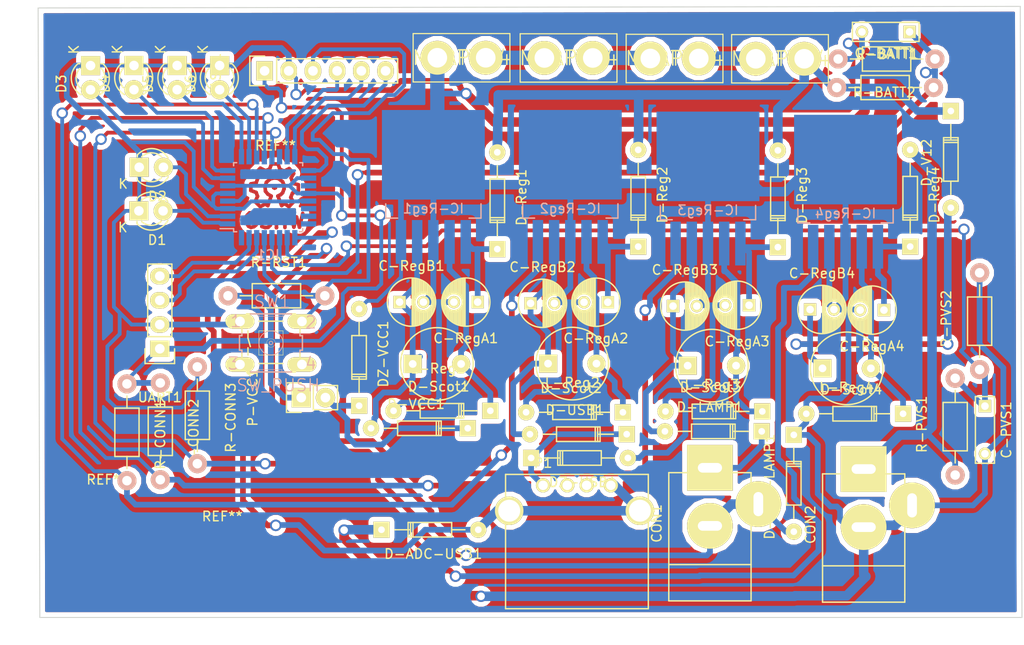
<source format=kicad_pcb>
(kicad_pcb (version 4) (host pcbnew "(2015-10-16 BZR 6271, Git 9aba2f2)-product")
  (title_block (title "Open PV (ATMega-based)") (date 2015-10-26) (rev 1) (company "PT Gerbang Multi Nusantara"))
  (layers (0 F.Cu signal) (31 B.Cu signal) (34 B.Paste user) (35 F.Paste user) (36 B.SilkS user) (37 F.SilkS user) (38 B.Mask user) (39 F.Mask user) (44 Edge.Cuts user))
  (net 0 "")
  (net 1 "Net-(C-RegA1-Pad1)")
  (net 2 GND)
  (net 3 "Net-(C-RegB1-Pad1)")
  (net 4 "Net-(D-Scot1-Pad1)")
  (net 5 /L-IN)
  (net 6 /L-OUT)
  (net 7 /L1)
  (net 8 /L2)
  (net 9 /L3)
  (net 10 /L4)
  (net 11 VCC)
  (net 12 "Net-(IC1-Pad14)")
  (net 13 "Net-(IC1-Pad19)")
  (net 14 "Net-(IC1-Pad22)")
  (net 15 "Net-(IC1-Pad23)")
  (net 16 "Net-(IC1-Pad24)")
  (net 17 /NRST)
  (net 18 "Net-(IC1-Pad30)")
  (net 19 "Net-(IC1-Pad31)")
  (net 20 "Net-(ASP1-Pad4)")
  (net 21 "Net-(ASP1-Pad5)")
  (net 22 "Net-(ASP1-Pad6)")
  (net 23 "Net-(C-RegA2-Pad1)")
  (net 24 "Net-(C-RegB2-Pad1)")
  (net 25 "Net-(D-Scot2-Pad1)")
  (net 26 "Net-(C-RegA3-Pad1)")
  (net 27 "Net-(C-RegB3-Pad1)")
  (net 28 "Net-(D-Scot3-Pad1)")
  (net 29 "Net-(C-RegA4-Pad1)")
  (net 30 "Net-(C-RegB4-Pad1)")
  (net 31 "Net-(D-Scot4-Pad1)")
  (net 32 "Net-(BATT1-Pad2)")
  (net 33 "Net-(BATT2-Pad2)")
  (net 34 "Net-(BATT3-Pad2)")
  (net 35 +12V)
  (net 36 "Net-(D-VCC1-Pad1)")
  (net 37 "Net-(D-USB1-Pad1)")
  (net 38 "Net-(P1-Pad3)")
  (net 39 "Net-(P1-Pad2)")
  (net 40 "Net-(CON1-Pad1)")
  (net 41 "Net-(IC1-Pad32)")
  (net 42 /CONN-USB)
  (net 43 /CONN-LAMP)
  (net 44 /CONN-PV)
  (net 45 /ADC-BATT)
  (net 46 /PV-IN)
  (net 47 /ADC-PV)
  (net 48 /ADC-LAMP)
  (net 49 /ADC-USB)
  (module Symbols:Symbol_ESD-Logo_CopperTop (layer F.Cu) (at 108.9406 125.3236)
    (fp_text reference REF** (at -0.0508 -9.5504) (layer F.SilkS))
    (fp_text value Symbol_ESD-Logo_CopperTop)
    (fp_line (start -0.65024 -0.92964) (end 0.06096 -0.4191) (layer F.Cu) (width 0.3048))
    (fp_line (start 0.5207 1.4605) (end 3.25882 3.31216) (layer F.Cu) (width 0.3048))
    (fp_line (start 3.25882 3.31216) (end 3.27914 3.31216) (layer F.Cu) (width 0.3048))
    (fp_line (start 0.23876 1.8415) (end 2.16916 3.29184) (layer F.Cu) (width 0.3048))
    (fp_line (start -0.35052 2.30124) (end 1.02108 3.31216) (layer F.Cu) (width 0.3048))
    (fp_line (start 1.02108 3.31216) (end 1.04902 3.31216) (layer F.Cu) (width 0.3048))
    (fp_line (start -1.53924 2.37236) (end -0.02032 3.3909) (layer F.Cu) (width 0.3048))
    (fp_line (start -4.77012 2.75082) (end -3.64998 3.34264) (layer F.Cu) (width 0.3048))
    (fp_line (start -4.5593 2.2225) (end -2.17932 3.36042) (layer F.Cu) (width 0.3048))
    (fp_line (start -4.34086 1.66116) (end -1.14046 3.31216) (layer F.Cu) (width 0.3048))
    (fp_line (start -4.03098 1.20142) (end -2.41046 1.99136) (layer F.Cu) (width 0.3048))
    (fp_line (start -2.41046 1.99136) (end -2.37998 1.99136) (layer F.Cu) (width 0.3048))
    (fp_line (start -3.74904 0.65278) (end -2.46126 1.38176) (layer F.Cu) (width 0.3048))
    (fp_line (start -3.55092 0.16256) (end -2.47904 0.75184) (layer F.Cu) (width 0.3048))
    (fp_line (start -3.37058 -0.33782) (end -2.6289 0.06096) (layer F.Cu) (width 0.3048))
    (fp_line (start 2.1209 0.04064) (end 4.37896 1.38176) (layer F.Cu) (width 0.3048))
    (fp_line (start 2.4511 -0.56896) (end 4.09956 0.72136) (layer F.Cu) (width 0.3048))
    (fp_line (start 2.70002 -1.0287) (end 3.54076 -0.39878) (layer F.Cu) (width 0.3048))
    (fp_line (start -2.50952 -1.9685) (end -1.6891 -1.48844) (layer F.Cu) (width 0.3048))
    (fp_line (start -2.23012 -2.44856) (end -1.31064 -1.81864) (layer F.Cu) (width 0.3048))
    (fp_line (start -1.31064 -1.81864) (end -1.31064 -1.83896) (layer F.Cu) (width 0.3048))
    (fp_line (start -2.04978 -2.9591) (end -1.03124 -2.26822) (layer F.Cu) (width 0.3048))
    (fp_line (start -1.71958 -3.59918) (end -0.44958 -2.80924) (layer F.Cu) (width 0.3048))
    (fp_line (start -0.44958 -2.80924) (end -0.4191 -2.80924) (layer F.Cu) (width 0.3048))
    (fp_line (start -1.3589 -4.2291) (end 0.45974 -3.08864) (layer F.Cu) (width 0.3048))
    (fp_line (start -1.01092 -4.86918) (end 1.19888 -3.41884) (layer F.Cu) (width 0.3048))
    (fp_line (start -0.7493 -5.3975) (end 1.85928 -3.64744) (layer F.Cu) (width 0.3048))
    (fp_line (start -0.35052 -6.0579) (end 1.57988 -4.65836) (layer F.Cu) (width 0.3048))
    (fp_line (start -0.0889 -6.6675) (end 0.94996 -5.92836) (layer F.Cu) (width 0.3048))
    (fp_line (start -1.10998 -0.6477) (end -0.77978 -0.49784) (layer F.Cu) (width 0.3048))
    (fp_line (start -0.77978 -0.49784) (end -0.4191 -0.61722) (layer F.Cu) (width 0.3048))
    (fp_line (start -0.4191 -0.61722) (end 0.06096 -0.0889) (layer F.Cu) (width 0.3048))
    (fp_line (start 0.06096 -0.0889) (end 0.23876 0.14224) (layer F.Cu) (width 0.3048))
    (fp_line (start -1.51892 -0.1397) (end -1.51892 0.80264) (layer F.Cu) (width 0.3048))
    (fp_line (start -1.51892 0.80264) (end -1.38938 1.64084) (layer F.Cu) (width 0.3048))
    (fp_line (start -1.38938 1.64084) (end -1.10998 1.87198) (layer F.Cu) (width 0.3048))
    (fp_line (start -1.10998 1.87198) (end -1.01092 1.5621) (layer F.Cu) (width 0.3048))
    (fp_line (start -1.01092 1.5621) (end -1.14046 0.16256) (layer F.Cu) (width 0.3048))
    (fp_line (start -1.14046 0.16256) (end -0.70104 0.37084) (layer F.Cu) (width 0.3048))
    (fp_line (start -0.70104 0.37084) (end -0.72898 0.98044) (layer F.Cu) (width 0.3048))
    (fp_line (start -0.72898 0.98044) (end -0.29972 0.44196) (layer F.Cu) (width 0.3048))
    (fp_line (start -0.29972 0.44196) (end -0.07112 0.5715) (layer F.Cu) (width 0.3048))
    (fp_line (start -2.46126 -0.56896) (end -3.09118 -0.84836) (layer F.Cu) (width 0.3048))
    (fp_line (start -3.09118 -0.84836) (end -5.15112 3.31216) (layer F.Cu) (width 0.3048))
    (fp_line (start -5.15112 3.31216) (end 4.90982 3.3909) (layer F.Cu) (width 0.3048))
    (fp_line (start 4.90982 3.3909) (end 0.86868 1.1811) (layer F.Cu) (width 0.3048))
    (fp_line (start 2.09042 -3.64744) (end 0.21082 -7.3787) (layer F.Cu) (width 0.3048))
    (fp_line (start 0.21082 -7.3787) (end -2.76098 -1.5875) (layer F.Cu) (width 0.3048))
    (fp_line (start -2.76098 -1.5875) (end -1.89992 -1.15824) (layer F.Cu) (width 0.3048))
    (fp_line (start -1.89992 -1.15824) (end -1.86944 -1.15824) (layer F.Cu) (width 0.3048))
    (fp_line (start 3.15976 -1.3081) (end 4.96062 2.47142) (layer F.Cu) (width 0.3048))
    (fp_line (start 4.96062 2.47142) (end 1.61036 0.65278) (layer F.Cu) (width 0.3048))
    (fp_line (start 1.61036 0.65278) (end 1.67894 0.6223) (layer F.Cu) (width 0.3048))
    (fp_line (start -0.22098 1.99136) (end 0.07874 2.1717) (layer F.Cu) (width 0.3048))
    (fp_line (start 0.07874 2.1717) (end 0.10922 2.1717) (layer F.Cu) (width 0.3048))
    (fp_line (start 0.30988 1.4605) (end 0.56896 1.81102) (layer F.Cu) (width 0.3048))
    (fp_line (start 2.19964 -3.59918) (end 1.24968 -3.31724) (layer F.Cu) (width 0.3048))
    (fp_line (start 1.24968 -3.31724) (end -0.65024 -2.64922) (layer F.Cu) (width 0.3048))
    (fp_line (start -0.65024 -2.64922) (end -1.8796 -1.13792) (layer F.Cu) (width 0.3048))
    (fp_line (start -2.37998 -0.57912) (end -2.4892 1.10236) (layer F.Cu) (width 0.3048))
    (fp_line (start -2.4892 1.10236) (end -1.99136 2.77114) (layer F.Cu) (width 0.3048))
    (fp_line (start -1.99136 2.77114) (end -1.62052 2.35204) (layer F.Cu) (width 0.3048))
    (fp_line (start -1.62052 2.35204) (end -1.84912 1.48082) (layer F.Cu) (width 0.3048))
    (fp_line (start -1.84912 1.48082) (end -1.84912 0.42164) (layer F.Cu) (width 0.3048))
    (fp_line (start -1.84912 0.42164) (end -1.77038 -0.11938) (layer F.Cu) (width 0.3048))
    (fp_line (start -1.77038 -0.11938) (end -1.71958 -0.16764) (layer F.Cu) (width 0.3048))
    (fp_line (start -1.71958 -0.16764) (end -1.47066 -0.49784) (layer F.Cu) (width 0.3048))
    (fp_line (start -1.47066 -0.49784) (end -0.62992 -1.12776) (layer F.Cu) (width 0.3048))
    (fp_line (start -0.62992 -1.12776) (end -0.40132 -1.27762) (layer F.Cu) (width 0.3048))
    (fp_line (start -0.40132 -1.27762) (end 0.45974 -0.18796) (layer F.Cu) (width 0.3048))
    (fp_line (start 0.45974 -0.18796) (end 0.30988 0.32258) (layer F.Cu) (width 0.3048))
    (fp_line (start 0.30988 0.32258) (end -0.70104 1.59258) (layer F.Cu) (width 0.3048))
    (fp_line (start -0.70104 1.59258) (end -0.86106 2.37236) (layer F.Cu) (width 0.3048))
    (fp_line (start -0.86106 2.37236) (end -0.62992 2.68224) (layer F.Cu) (width 0.3048))
    (fp_line (start -0.62992 2.68224) (end -0.32004 2.02184) (layer F.Cu) (width 0.3048))
    (fp_line (start -0.32004 2.02184) (end 0.1905 1.5113) (layer F.Cu) (width 0.3048))
    (fp_line (start 0.1905 1.5113) (end 0.8001 0.98044) (layer F.Cu) (width 0.3048))
    (fp_line (start 1.65862 0.54102) (end 2.16916 -0.28956) (layer F.Cu) (width 0.3048))
    (fp_line (start 2.16916 -0.28956) (end 2.49936 -0.82804) (layer F.Cu) (width 0.3048))
    (fp_line (start 2.49936 -0.82804) (end 2.77876 -1.2573) (layer F.Cu) (width 0.3048))
    (fp_line (start 2.77876 -1.2573) (end 3.10896 -1.38938) (layer F.Cu) (width 0.3048))
  )
  (module Resistors_ThroughHole:Resistor_Horizontal_RM10mm (layer F.Cu) (at 190.5889 74.6125)
    (fp_text reference R-BATT1 (at 0.24892 -3.50012) (layer F.SilkS))
    (fp_text value R)
    (pad 1 thru_hole circle (at -5.08 0) (size 1.99898 1.99898) (drill 1.00076) (layers *.Cu *.SilkS *.Mask) (net 35 +12V))
    (pad 2 thru_hole circle (at 5.08 0) (size 1.99898 1.99898) (drill 1.00076) (layers *.Cu *.SilkS *.Mask) (net 45 /ADC-BATT))
  )
  (module Resistors_ThroughHole:Resistor_Horizontal_RM10mm (layer F.Cu) (at 190.7413 71.6153 180)
    (fp_text reference R-BATT2 (at 0.24892 -3.50012 180) (layer F.SilkS))
    (fp_text value R)
    (pad 1 thru_hole circle (at -5.08 0 180) (size 1.99898 1.99898) (drill 1.00076) (layers *.Cu *.SilkS *.Mask) (net 45 /ADC-BATT))
    (pad 2 thru_hole circle (at 5.08 0 180) (size 1.99898 1.99898) (drill 1.00076) (layers *.Cu *.SilkS *.Mask) (net 2 GND))
  )
  (module Capacitors_ThroughHole:C_Rect_L7_W2_P5 (layer F.Cu) (at 193.1543 68.7705 180)
    (fp_text reference C-BATT1 (at 2.5 -2.25 180) (layer F.SilkS))
    (fp_text value C)
    (pad 1 thru_hole rect (at 0 0 180) (size 1.3 1.3) (drill 0.8) (layers *.Cu *.Mask F.SilkS) (net 45 /ADC-BATT))
    (pad 2 thru_hole circle (at 5 0 180) (size 1.3 1.3) (drill 0.8) (layers *.Cu *.Mask F.SilkS) (net 2 GND))
  )
  (module Connect:JACK_ALIM (layer F.Cu) (at 188.33592 120.75668 90)
    (fp_text reference CON2 (at 0.254 -5.588 90) (layer F.SilkS))
    (fp_text value BARREL_JACK)
    (pad 2 thru_hole circle (at 0 0 90) (size 4.8006 4.8006) (drill oval 1.016 2.54) (layers *.Cu *.Mask F.SilkS) (net 2 GND))
    (pad 1 thru_hole rect (at 6.096 0 90) (size 4.8006 4.8006) (drill oval 1.016 2.54) (layers *.Cu *.Mask F.SilkS) (net 46 /PV-IN))
    (pad 3 thru_hole circle (at 2.286 5.08 90) (size 4.8006 4.8006) (drill oval 2.54 1.016) (layers *.Cu *.Mask F.SilkS) (net 2 GND))
  )
  (module LEDs:LED-3MM (layer F.Cu) (at 112.28832 82.9818)
    (fp_text reference D2 (at 1.91 3.06) (layer F.SilkS))
    (fp_text value LED)
    (fp_text user K (at -1.69 1.74) (layer F.SilkS))
    (pad 1 thru_hole rect (at 0 0 90) (size 2 2) (drill 1.00076) (layers *.Cu *.Mask F.SilkS) (net 2 GND))
    (pad 2 thru_hole circle (at 2.54 0) (size 2 2) (drill 1.00076) (layers *.Cu *.Mask F.SilkS) (net 6 /L-OUT))
  )
  (module Capacitors_ThroughHole:C_Radial_D5_L6_P2.5 (layer F.Cu) (at 161.4786 97.14992 180)
    (fp_text reference C-RegA2 (at 1.25 -3.8 180) (layer F.SilkS))
    (fp_text value CP)
    (pad 1 thru_hole rect (at 0 0 180) (size 1.3 1.3) (drill 0.8) (layers *.Cu *.Mask F.SilkS) (net 23 "Net-(C-RegA2-Pad1)"))
    (pad 2 thru_hole circle (at 2.5 0 180) (size 1.3 1.3) (drill 0.8) (layers *.Cu *.Mask F.SilkS) (net 2 GND))
  )
  (module Capacitors_ThroughHole:C_Radial_D5_L6_P2.5 (layer F.Cu) (at 139.61808 97.13468)
    (fp_text reference C-RegB1 (at 1.25 -3.8) (layer F.SilkS))
    (fp_text value CP)
    (pad 1 thru_hole rect (at 0 0) (size 1.3 1.3) (drill 0.8) (layers *.Cu *.Mask F.SilkS) (net 3 "Net-(C-RegB1-Pad1)"))
    (pad 2 thru_hole circle (at 2.5 0) (size 1.3 1.3) (drill 0.8) (layers *.Cu *.Mask F.SilkS) (net 2 GND))
  )
  (module Capacitors_ThroughHole:C_Radial_D5_L6_P2.5 (layer F.Cu) (at 147.81848 97.13468 180)
    (fp_text reference C-RegA1 (at 1.25 -3.8 180) (layer F.SilkS))
    (fp_text value CP)
    (pad 1 thru_hole rect (at 0 0 180) (size 1.3 1.3) (drill 0.8) (layers *.Cu *.Mask F.SilkS) (net 1 "Net-(C-RegA1-Pad1)"))
    (pad 2 thru_hole circle (at 2.5 0 180) (size 1.3 1.3) (drill 0.8) (layers *.Cu *.Mask F.SilkS) (net 2 GND))
  )
  (module Diodes_ThroughHole:Diode_DO-35_SOD27_Horizontal_RM10 (layer F.Cu) (at 149.88032 91.57208 90)
    (fp_text reference D-Reg1 (at 5.43052 2.53746 90) (layer F.SilkS))
    (fp_text value D)
    (pad 2 thru_hole circle (at 10.16052 -0.00254 270) (size 1.69926 1.69926) (drill 0.70104) (layers *.Cu *.Mask F.SilkS) (net 35 +12V))
    (pad 1 thru_hole rect (at 0.00052 -0.00254 270) (size 1.69926 1.69926) (drill 0.70104) (layers *.Cu *.Mask F.SilkS) (net 1 "Net-(C-RegA1-Pad1)"))
  )
  (module Diodes_ThroughHole:Diode_DO-35_SOD27_Horizontal_RM10 (layer F.Cu) (at 149.14424 108.54182 180)
    (fp_text reference D-Scot1 (at 5.43052 2.53746 180) (layer F.SilkS))
    (fp_text value D_Schottky)
    (pad 2 thru_hole circle (at 10.16052 -0.00254) (size 1.69926 1.69926) (drill 0.70104) (layers *.Cu *.Mask F.SilkS) (net 2 GND))
    (pad 1 thru_hole rect (at 0.00052 -0.00254) (size 1.69926 1.69926) (drill 0.70104) (layers *.Cu *.Mask F.SilkS) (net 4 "Net-(D-Scot1-Pad1)"))
  )
  (module LEDs:LED-3MM (layer F.Cu) (at 112.25276 87.55888)
    (fp_text reference D1 (at 1.91 3.06) (layer F.SilkS))
    (fp_text value LED)
    (fp_text user K (at -1.69 1.74) (layer F.SilkS))
    (pad 1 thru_hole rect (at 0 0 90) (size 2 2) (drill 1.00076) (layers *.Cu *.Mask F.SilkS) (net 2 GND))
    (pad 2 thru_hole circle (at 2.54 0) (size 2 2) (drill 1.00076) (layers *.Cu *.Mask F.SilkS) (net 5 /L-IN))
  )
  (module LEDs:LED-3MM (layer F.Cu) (at 107.17784 72.30872 270)
    (fp_text reference D3 (at 1.91 3.06 270) (layer F.SilkS))
    (fp_text value LED)
    (fp_text user K (at -1.69 1.74 270) (layer F.SilkS))
    (pad 1 thru_hole rect (at 0 0) (size 2 2) (drill 1.00076) (layers *.Cu *.Mask F.SilkS) (net 2 GND))
    (pad 2 thru_hole circle (at 2.54 0 270) (size 2 2) (drill 1.00076) (layers *.Cu *.Mask F.SilkS) (net 7 /L1))
  )
  (module LEDs:LED-3MM (layer F.Cu) (at 111.7346 72.29856 270)
    (fp_text reference D4 (at 1.91 3.06 270) (layer F.SilkS))
    (fp_text value LED)
    (fp_text user K (at -1.69 1.74 270) (layer F.SilkS))
    (pad 1 thru_hole rect (at 0 0) (size 2 2) (drill 1.00076) (layers *.Cu *.Mask F.SilkS) (net 2 GND))
    (pad 2 thru_hole circle (at 2.54 0 270) (size 2 2) (drill 1.00076) (layers *.Cu *.Mask F.SilkS) (net 8 /L2))
  )
  (module LEDs:LED-3MM (layer F.Cu) (at 116.27104 72.29856 270)
    (fp_text reference D5 (at 1.91 3.06 270) (layer F.SilkS))
    (fp_text value LED)
    (fp_text user K (at -1.69 1.74 270) (layer F.SilkS))
    (pad 1 thru_hole rect (at 0 0) (size 2 2) (drill 1.00076) (layers *.Cu *.Mask F.SilkS) (net 2 GND))
    (pad 2 thru_hole circle (at 2.54 0 270) (size 2 2) (drill 1.00076) (layers *.Cu *.Mask F.SilkS) (net 9 /L3))
  )
  (module LEDs:LED-3MM (layer F.Cu) (at 120.7262 72.30364 270)
    (fp_text reference D6 (at 1.91 3.06 270) (layer F.SilkS))
    (fp_text value LED)
    (fp_text user K (at -1.69 1.74 270) (layer F.SilkS))
    (pad 1 thru_hole rect (at 0 0) (size 2 2) (drill 1.00076) (layers *.Cu *.Mask F.SilkS) (net 2 GND))
    (pad 2 thru_hole circle (at 2.54 0 270) (size 2 2) (drill 1.00076) (layers *.Cu *.Mask F.SilkS) (net 10 /L4))
  )
  (module TO_SOT_Packages_SMD:TO-263-5Lead (layer B.Cu) (at 143.16364 90.82024 90)
    (fp_text reference IC-Reg1 (at 3.5 0 360) (layer B.SilkS) (effects (justify mirror)))
    (fp_text value LM2596S-5v)
    (pad 5 smd rect (at 0 -3.4 90) (size 4.6 1.1) (layers B.Cu B.Paste B.Mask) (net 2 GND))
    (pad 4 smd rect (at 0 -1.7 90) (size 4.6 1.1) (layers B.Cu B.Paste B.Mask) (net 3 "Net-(C-RegB1-Pad1)"))
    (pad 2 smd rect (at 0 1.7 90) (size 4.6 1.1) (layers B.Cu B.Paste B.Mask) (net 4 "Net-(D-Scot1-Pad1)"))
    (pad 3 smd rect (at 9.15 0 90) (size 9.4 10.8) (layers B.Cu B.Paste B.Mask) (net 2 GND))
    (pad 3 smd rect (at 0 0 90) (size 4.6 1.1) (layers B.Cu B.Paste B.Mask) (net 2 GND))
    (pad 1 smd rect (at 0 3.4 90) (size 4.6 1.1) (layers B.Cu B.Paste B.Mask) (net 1 "Net-(C-RegA1-Pad1)"))
  )
  (module Housings_QFP:TQFP-32_7x7mm_Pitch0.8mm (layer B.Cu) (at 125.82032 86.12436)
    (fp_text reference IC1 (at 0 6.05) (layer B.SilkS) (effects (justify mirror)))
    (fp_text value ATMEGA8A-A)
    (pad 1 smd rect (at -4.25 2.8) (size 1.6 0.55) (layers B.Cu B.Paste B.Mask) (net 5 /L-IN))
    (pad 2 smd rect (at -4.25 2) (size 1.6 0.55) (layers B.Cu B.Paste B.Mask) (net 6 /L-OUT))
    (pad 3 smd rect (at -4.25 1.2) (size 1.6 0.55) (layers B.Cu B.Paste B.Mask) (net 2 GND))
    (pad 4 smd rect (at -4.25 0.4) (size 1.6 0.55) (layers B.Cu B.Paste B.Mask) (net 11 VCC))
    (pad 5 smd rect (at -4.25 -0.4) (size 1.6 0.55) (layers B.Cu B.Paste B.Mask) (net 2 GND))
    (pad 6 smd rect (at -4.25 -1.2) (size 1.6 0.55) (layers B.Cu B.Paste B.Mask) (net 11 VCC))
    (pad 7 smd rect (at -4.25 -2) (size 1.6 0.55) (layers B.Cu B.Paste B.Mask) (net 7 /L1))
    (pad 8 smd rect (at -4.25 -2.8) (size 1.6 0.55) (layers B.Cu B.Paste B.Mask) (net 8 /L2))
    (pad 9 smd rect (at -2.8 -4.25 270) (size 1.6 0.55) (layers B.Cu B.Paste B.Mask) (net 9 /L3))
    (pad 10 smd rect (at -2 -4.25 270) (size 1.6 0.55) (layers B.Cu B.Paste B.Mask) (net 10 /L4))
    (pad 11 smd rect (at -1.2 -4.25 270) (size 1.6 0.55) (layers B.Cu B.Paste B.Mask) (net 42 /CONN-USB))
    (pad 12 smd rect (at -0.4 -4.25 270) (size 1.6 0.55) (layers B.Cu B.Paste B.Mask) (net 43 /CONN-LAMP))
    (pad 13 smd rect (at 0.4 -4.25 270) (size 1.6 0.55) (layers B.Cu B.Paste B.Mask) (net 44 /CONN-PV))
    (pad 14 smd rect (at 1.2 -4.25 270) (size 1.6 0.55) (layers B.Cu B.Paste B.Mask) (net 12 "Net-(IC1-Pad14)"))
    (pad 15 smd rect (at 2 -4.25 270) (size 1.6 0.55) (layers B.Cu B.Paste B.Mask) (net 20 "Net-(ASP1-Pad4)"))
    (pad 16 smd rect (at 2.8 -4.25 270) (size 1.6 0.55) (layers B.Cu B.Paste B.Mask) (net 21 "Net-(ASP1-Pad5)"))
    (pad 17 smd rect (at 4.25 -2.8) (size 1.6 0.55) (layers B.Cu B.Paste B.Mask) (net 22 "Net-(ASP1-Pad6)"))
    (pad 18 smd rect (at 4.25 -2) (size 1.6 0.55) (layers B.Cu B.Paste B.Mask) (net 11 VCC))
    (pad 19 smd rect (at 4.25 -1.2) (size 1.6 0.55) (layers B.Cu B.Paste B.Mask) (net 13 "Net-(IC1-Pad19)"))
    (pad 20 smd rect (at 4.25 -0.4) (size 1.6 0.55) (layers B.Cu B.Paste B.Mask) (net 11 VCC))
    (pad 21 smd rect (at 4.25 0.4) (size 1.6 0.55) (layers B.Cu B.Paste B.Mask) (net 2 GND))
    (pad 22 smd rect (at 4.25 1.2) (size 1.6 0.55) (layers B.Cu B.Paste B.Mask) (net 14 "Net-(IC1-Pad22)"))
    (pad 23 smd rect (at 4.25 2) (size 1.6 0.55) (layers B.Cu B.Paste B.Mask) (net 15 "Net-(IC1-Pad23)"))
    (pad 24 smd rect (at 4.25 2.8) (size 1.6 0.55) (layers B.Cu B.Paste B.Mask) (net 16 "Net-(IC1-Pad24)"))
    (pad 25 smd rect (at 2.8 4.25 270) (size 1.6 0.55) (layers B.Cu B.Paste B.Mask) (net 49 /ADC-USB))
    (pad 26 smd rect (at 2 4.25 270) (size 1.6 0.55) (layers B.Cu B.Paste B.Mask) (net 48 /ADC-LAMP))
    (pad 27 smd rect (at 1.2 4.25 270) (size 1.6 0.55) (layers B.Cu B.Paste B.Mask) (net 47 /ADC-PV))
    (pad 28 smd rect (at 0.4 4.25 270) (size 1.6 0.55) (layers B.Cu B.Paste B.Mask) (net 45 /ADC-BATT))
    (pad 29 smd rect (at -0.4 4.25 270) (size 1.6 0.55) (layers B.Cu B.Paste B.Mask) (net 17 /NRST))
    (pad 30 smd rect (at -1.2 4.25 270) (size 1.6 0.55) (layers B.Cu B.Paste B.Mask) (net 18 "Net-(IC1-Pad30)"))
    (pad 31 smd rect (at -2 4.25 270) (size 1.6 0.55) (layers B.Cu B.Paste B.Mask) (net 19 "Net-(IC1-Pad31)"))
    (pad 32 smd rect (at -2.8 4.25 270) (size 1.6 0.55) (layers B.Cu B.Paste B.Mask) (net 41 "Net-(IC1-Pad32)"))
  )
  (module Inductors:INDUCTOR_V (layer F.Cu) (at 143.5354 103.62692)
    (fp_text reference L-Reg1 (at 0.08636 0.4826) (layer F.SilkS))
    (fp_text value INDUCTOR)
    (pad 1 thru_hole rect (at -2.54 0) (size 1.905 1.905) (drill 0.8128) (layers *.Cu *.Mask F.SilkS) (net 3 "Net-(C-RegB1-Pad1)"))
    (pad 2 thru_hole circle (at 2.54 0) (size 1.905 1.905) (drill 0.8128) (layers *.Cu *.Mask F.SilkS) (net 4 "Net-(D-Scot1-Pad1)"))
  )
  (module Resistors_ThroughHole:Resistor_Horizontal_RM10mm (layer F.Cu) (at 126.69012 96.4692)
    (fp_text reference R-RST1 (at 0.24892 -3.50012) (layer F.SilkS))
    (fp_text value 4k7)
    (pad 1 thru_hole circle (at -5.08 0) (size 1.99898 1.99898) (drill 1.00076) (layers *.Cu *.SilkS *.Mask) (net 11 VCC))
    (pad 2 thru_hole circle (at 5.08 0) (size 1.99898 1.99898) (drill 1.00076) (layers *.Cu *.SilkS *.Mask) (net 17 /NRST))
  )
  (module switch-omron:switch-omron-B3F-10XX (layer F.Cu) (at 126.11608 101.4222)
    (fp_text reference SW1 (at 0.127 -4.318) (layer B.SilkS) (effects (font (size 1.27 1.27) (thickness 0.127))))
    (fp_text value SW_PUSH (at 0.762 4.445) (layer B.SilkS) (effects (font (size 1.27 1.27) (thickness 0.127))))
    (fp_text user 1 (at -3.683 -2.286) (layer B.SilkS) (effects (font (size 1.27 1.27) (thickness 0.127))))
    (fp_text user 2 (at 4.191 -2.159) (layer B.SilkS) (effects (font (size 1.27 1.27) (thickness 0.127))))
    (fp_text user 3 (at -3.937 2.159) (layer B.SilkS) (effects (font (size 1.27 1.27) (thickness 0.127))))
    (fp_text user 4 (at 4.191 2.159) (layer B.SilkS) (effects (font (size 1.27 1.27) (thickness 0.127))))
    (pad 1 thru_hole oval (at -3.2512 -2.2606 90) (size 1.524 3.048) (drill 1.016) (layers *.Cu F.Paste F.SilkS F.Mask) (net 2 GND))
    (pad 2 thru_hole oval (at 3.2512 -2.2606 90) (size 1.524 3.048) (drill 1.016) (layers *.Cu F.Paste F.SilkS F.Mask) (net 17 /NRST))
    (pad 3 thru_hole oval (at -3.2512 2.2606 90) (size 1.524 3.048) (drill 1.016) (layers *.Cu F.Paste F.SilkS F.Mask))
    (pad 4 thru_hole oval (at 3.2512 2.2606 90) (size 1.524 3.048) (drill 1.016) (layers *.Cu F.Paste F.SilkS F.Mask))
  )
  (module Pin_Headers:Pin_Header_Straight_1x04 (layer F.Cu) (at 114.44732 102.0318 180)
    (fp_text reference UART1 (at 0 -5.1 180) (layer F.SilkS))
    (fp_text value CONN_01X04)
    (pad 1 thru_hole rect (at 0 0 180) (size 2.032 1.7272) (drill 1.016) (layers *.Cu *.Mask F.SilkS) (net 11 VCC))
    (pad 2 thru_hole oval (at 0 2.54 180) (size 2.032 1.7272) (drill 1.016) (layers *.Cu *.Mask F.SilkS) (net 2 GND))
    (pad 3 thru_hole oval (at 0 5.08 180) (size 2.032 1.7272) (drill 1.016) (layers *.Cu *.Mask F.SilkS) (net 18 "Net-(IC1-Pad30)"))
    (pad 4 thru_hole oval (at 0 7.62 180) (size 2.032 1.7272) (drill 1.016) (layers *.Cu *.Mask F.SilkS) (net 19 "Net-(IC1-Pad31)"))
  )
  (module Pin_Headers:Pin_Header_Straight_1x06 (layer F.Cu) (at 125.44552 72.86244 90)
    (fp_text reference ASP1 (at 0 -5.1 90) (layer F.SilkS))
    (fp_text value CONN_01X06)
    (pad 1 thru_hole rect (at 0 0 90) (size 2.032 1.7272) (drill 1.016) (layers *.Cu *.Mask F.SilkS) (net 11 VCC))
    (pad 2 thru_hole oval (at 0 2.54 90) (size 2.032 1.7272) (drill 1.016) (layers *.Cu *.Mask F.SilkS) (net 2 GND))
    (pad 3 thru_hole oval (at 0 5.08 90) (size 2.032 1.7272) (drill 1.016) (layers *.Cu *.Mask F.SilkS) (net 17 /NRST))
    (pad 4 thru_hole oval (at 0 7.62 90) (size 2.032 1.7272) (drill 1.016) (layers *.Cu *.Mask F.SilkS) (net 20 "Net-(ASP1-Pad4)"))
    (pad 5 thru_hole oval (at 0 10.16 90) (size 2.032 1.7272) (drill 1.016) (layers *.Cu *.Mask F.SilkS) (net 21 "Net-(ASP1-Pad5)"))
    (pad 6 thru_hole oval (at 0 12.7 90) (size 2.032 1.7272) (drill 1.016) (layers *.Cu *.Mask F.SilkS) (net 22 "Net-(ASP1-Pad6)"))
  )
  (module Capacitors_ThroughHole:C_Radial_D5_L6_P2.5 (layer F.Cu) (at 153.36964 97.26168)
    (fp_text reference C-RegB2 (at 1.25 -3.8) (layer F.SilkS))
    (fp_text value CP)
    (pad 1 thru_hole rect (at 0 0) (size 1.3 1.3) (drill 0.8) (layers *.Cu *.Mask F.SilkS) (net 24 "Net-(C-RegB2-Pad1)"))
    (pad 2 thru_hole circle (at 2.5 0) (size 1.3 1.3) (drill 0.8) (layers *.Cu *.Mask F.SilkS) (net 2 GND))
  )
  (module Diodes_ThroughHole:Diode_DO-35_SOD27_Horizontal_RM10 (layer F.Cu) (at 164.67074 91.31352 90)
    (fp_text reference D-Reg2 (at 5.43052 2.53746 90) (layer F.SilkS))
    (fp_text value D)
    (pad 2 thru_hole circle (at 10.16052 -0.00254 270) (size 1.69926 1.69926) (drill 0.70104) (layers *.Cu *.Mask F.SilkS) (net 35 +12V))
    (pad 1 thru_hole rect (at 0.00052 -0.00254 270) (size 1.69926 1.69926) (drill 0.70104) (layers *.Cu *.Mask F.SilkS) (net 23 "Net-(C-RegA2-Pad1)"))
  )
  (module Diodes_ThroughHole:Diode_DO-35_SOD27_Horizontal_RM10 (layer F.Cu) (at 163.05836 108.6993 180)
    (fp_text reference D-Scot2 (at 5.43052 2.53746 180) (layer F.SilkS))
    (fp_text value D_Schottky)
    (pad 2 thru_hole circle (at 10.16052 -0.00254) (size 1.69926 1.69926) (drill 0.70104) (layers *.Cu *.Mask F.SilkS) (net 2 GND))
    (pad 1 thru_hole rect (at 0.00052 -0.00254) (size 1.69926 1.69926) (drill 0.70104) (layers *.Cu *.Mask F.SilkS) (net 25 "Net-(D-Scot2-Pad1)"))
  )
  (module TO_SOT_Packages_SMD:TO-263-5Lead (layer B.Cu) (at 157.53948 90.81516 90)
    (fp_text reference IC-Reg2 (at 3.5 0 360) (layer B.SilkS) (effects (justify mirror)))
    (fp_text value LM2596S-5v)
    (pad 5 smd rect (at 0 -3.4 90) (size 4.6 1.1) (layers B.Cu B.Paste B.Mask) (net 42 /CONN-USB))
    (pad 4 smd rect (at 0 -1.7 90) (size 4.6 1.1) (layers B.Cu B.Paste B.Mask) (net 24 "Net-(C-RegB2-Pad1)"))
    (pad 2 smd rect (at 0 1.7 90) (size 4.6 1.1) (layers B.Cu B.Paste B.Mask) (net 25 "Net-(D-Scot2-Pad1)"))
    (pad 3 smd rect (at 9.15 0 90) (size 9.4 10.8) (layers B.Cu B.Paste B.Mask) (net 2 GND))
    (pad 3 smd rect (at 0 0 90) (size 4.6 1.1) (layers B.Cu B.Paste B.Mask) (net 2 GND))
    (pad 1 smd rect (at 0 3.4 90) (size 4.6 1.1) (layers B.Cu B.Paste B.Mask) (net 23 "Net-(C-RegA2-Pad1)"))
  )
  (module Inductors:INDUCTOR_V (layer F.Cu) (at 157.74416 103.59136)
    (fp_text reference L-Reg2 (at 0 1.99898) (layer F.SilkS))
    (fp_text value INDUCTOR)
    (pad 1 thru_hole rect (at -2.54 0) (size 1.905 1.905) (drill 0.8128) (layers *.Cu *.Mask F.SilkS) (net 24 "Net-(C-RegB2-Pad1)"))
    (pad 2 thru_hole circle (at 2.54 0) (size 1.905 1.905) (drill 0.8128) (layers *.Cu *.Mask F.SilkS) (net 25 "Net-(D-Scot2-Pad1)"))
  )
  (module Capacitors_ThroughHole:C_Radial_D5_L6_P2.5 (layer F.Cu) (at 176.30712 97.46488 180)
    (fp_text reference C-RegA3 (at 1.25 -3.8 180) (layer F.SilkS))
    (fp_text value CP)
    (pad 1 thru_hole rect (at 0 0 180) (size 1.3 1.3) (drill 0.8) (layers *.Cu *.Mask F.SilkS) (net 26 "Net-(C-RegA3-Pad1)"))
    (pad 2 thru_hole circle (at 2.5 0 180) (size 1.3 1.3) (drill 0.8) (layers *.Cu *.Mask F.SilkS) (net 2 GND))
  )
  (module Capacitors_ThroughHole:C_Radial_D5_L6_P2.5 (layer F.Cu) (at 168.32008 97.55124)
    (fp_text reference C-RegB3 (at 1.25 -3.8) (layer F.SilkS))
    (fp_text value CP)
    (pad 1 thru_hole rect (at 0 0) (size 1.3 1.3) (drill 0.8) (layers *.Cu *.Mask F.SilkS) (net 27 "Net-(C-RegB3-Pad1)"))
    (pad 2 thru_hole circle (at 2.5 0) (size 1.3 1.3) (drill 0.8) (layers *.Cu *.Mask F.SilkS) (net 2 GND))
  )
  (module Diodes_ThroughHole:Diode_DO-35_SOD27_Horizontal_RM10 (layer F.Cu) (at 179.33162 91.3694 90)
    (fp_text reference D-Reg3 (at 5.43052 2.53746 90) (layer F.SilkS))
    (fp_text value D)
    (pad 2 thru_hole circle (at 10.16052 -0.00254 270) (size 1.69926 1.69926) (drill 0.70104) (layers *.Cu *.Mask F.SilkS) (net 35 +12V))
    (pad 1 thru_hole rect (at 0.00052 -0.00254 270) (size 1.69926 1.69926) (drill 0.70104) (layers *.Cu *.Mask F.SilkS) (net 26 "Net-(C-RegA3-Pad1)"))
  )
  (module Diodes_ThroughHole:Diode_DO-35_SOD27_Horizontal_RM10 (layer F.Cu) (at 177.69384 108.60786 180)
    (fp_text reference D-Scot3 (at 5.43052 2.53746 180) (layer F.SilkS))
    (fp_text value D_Schottky)
    (pad 2 thru_hole circle (at 10.16052 -0.00254) (size 1.69926 1.69926) (drill 0.70104) (layers *.Cu *.Mask F.SilkS) (net 2 GND))
    (pad 1 thru_hole rect (at 0.00052 -0.00254) (size 1.69926 1.69926) (drill 0.70104) (layers *.Cu *.Mask F.SilkS) (net 28 "Net-(D-Scot3-Pad1)"))
  )
  (module TO_SOT_Packages_SMD:TO-263-5Lead (layer B.Cu) (at 171.99176 90.98788 90)
    (fp_text reference IC-Reg3 (at 3.5 0 360) (layer B.SilkS) (effects (justify mirror)))
    (fp_text value LM2596S-12v)
    (pad 5 smd rect (at 0 -3.4 90) (size 4.6 1.1) (layers B.Cu B.Paste B.Mask) (net 43 /CONN-LAMP))
    (pad 4 smd rect (at 0 -1.7 90) (size 4.6 1.1) (layers B.Cu B.Paste B.Mask) (net 27 "Net-(C-RegB3-Pad1)"))
    (pad 2 smd rect (at 0 1.7 90) (size 4.6 1.1) (layers B.Cu B.Paste B.Mask) (net 28 "Net-(D-Scot3-Pad1)"))
    (pad 3 smd rect (at 9.15 0 90) (size 9.4 10.8) (layers B.Cu B.Paste B.Mask) (net 2 GND))
    (pad 3 smd rect (at 0 0 90) (size 4.6 1.1) (layers B.Cu B.Paste B.Mask) (net 2 GND))
    (pad 1 smd rect (at 0 3.4 90) (size 4.6 1.1) (layers B.Cu B.Paste B.Mask) (net 26 "Net-(C-RegA3-Pad1)"))
  )
  (module Inductors:INDUCTOR_V (layer F.Cu) (at 172.39996 103.80472)
    (fp_text reference L-Reg3 (at 0 1.99898) (layer F.SilkS))
    (fp_text value INDUCTOR)
    (pad 1 thru_hole rect (at -2.54 0) (size 1.905 1.905) (drill 0.8128) (layers *.Cu *.Mask F.SilkS) (net 27 "Net-(C-RegB3-Pad1)"))
    (pad 2 thru_hole circle (at 2.54 0) (size 1.905 1.905) (drill 0.8128) (layers *.Cu *.Mask F.SilkS) (net 28 "Net-(D-Scot3-Pad1)"))
  )
  (module Capacitors_ThroughHole:C_Radial_D5_L6_P2.5 (layer F.Cu) (at 190.46508 97.97288 180)
    (fp_text reference C-RegA4 (at 1.25 -3.8 180) (layer F.SilkS))
    (fp_text value CP)
    (pad 1 thru_hole rect (at 0 0 180) (size 1.3 1.3) (drill 0.8) (layers *.Cu *.Mask F.SilkS) (net 29 "Net-(C-RegA4-Pad1)"))
    (pad 2 thru_hole circle (at 2.5 0 180) (size 1.3 1.3) (drill 0.8) (layers *.Cu *.Mask F.SilkS) (net 2 GND))
  )
  (module Capacitors_ThroughHole:C_Radial_D5_L6_P2.5 (layer F.Cu) (at 182.71172 97.91192)
    (fp_text reference C-RegB4 (at 1.25 -3.8) (layer F.SilkS))
    (fp_text value CP)
    (pad 1 thru_hole rect (at 0 0) (size 1.3 1.3) (drill 0.8) (layers *.Cu *.Mask F.SilkS) (net 30 "Net-(C-RegB4-Pad1)"))
    (pad 2 thru_hole circle (at 2.5 0) (size 1.3 1.3) (drill 0.8) (layers *.Cu *.Mask F.SilkS) (net 2 GND))
  )
  (module Diodes_ThroughHole:Diode_DO-35_SOD27_Horizontal_RM10 (layer F.Cu) (at 193.22034 91.30844 90)
    (fp_text reference D-Reg4 (at 5.43052 2.53746 90) (layer F.SilkS))
    (fp_text value D)
    (pad 2 thru_hole circle (at 10.16052 -0.00254 270) (size 1.69926 1.69926) (drill 0.70104) (layers *.Cu *.Mask F.SilkS) (net 46 /PV-IN))
    (pad 1 thru_hole rect (at 0.00052 -0.00254 270) (size 1.69926 1.69926) (drill 0.70104) (layers *.Cu *.Mask F.SilkS) (net 29 "Net-(C-RegA4-Pad1)"))
  )
  (module Diodes_ThroughHole:Diode_DO-35_SOD27_Horizontal_RM10 (layer F.Cu) (at 192.47156 108.8517 180)
    (fp_text reference D-Scot4 (at 5.43052 2.53746 180) (layer F.SilkS))
    (fp_text value D_Schottky)
    (pad 2 thru_hole circle (at 10.16052 -0.00254) (size 1.69926 1.69926) (drill 0.70104) (layers *.Cu *.Mask F.SilkS) (net 2 GND))
    (pad 1 thru_hole rect (at 0.00052 -0.00254) (size 1.69926 1.69926) (drill 0.70104) (layers *.Cu *.Mask F.SilkS) (net 31 "Net-(D-Scot4-Pad1)"))
  )
  (module TO_SOT_Packages_SMD:TO-263-5Lead (layer B.Cu) (at 186.43092 91.32408 90)
    (fp_text reference IC-Reg4 (at 3.5 0 360) (layer B.SilkS) (effects (justify mirror)))
    (fp_text value LM2596S-Adj)
    (pad 5 smd rect (at 0 -3.4 90) (size 4.6 1.1) (layers B.Cu B.Paste B.Mask) (net 44 /CONN-PV))
    (pad 4 smd rect (at 0 -1.7 90) (size 4.6 1.1) (layers B.Cu B.Paste B.Mask) (net 2 GND))
    (pad 2 smd rect (at 0 1.7 90) (size 4.6 1.1) (layers B.Cu B.Paste B.Mask) (net 31 "Net-(D-Scot4-Pad1)"))
    (pad 3 smd rect (at 9.15 0 90) (size 9.4 10.8) (layers B.Cu B.Paste B.Mask) (net 2 GND))
    (pad 3 smd rect (at 0 0 90) (size 4.6 1.1) (layers B.Cu B.Paste B.Mask) (net 2 GND))
    (pad 1 smd rect (at 0 3.4 90) (size 4.6 1.1) (layers B.Cu B.Paste B.Mask) (net 29 "Net-(C-RegA4-Pad1)"))
  )
  (module Inductors:INDUCTOR_V (layer F.Cu) (at 186.55284 104.0892)
    (fp_text reference L-Reg4 (at 0 1.99898) (layer F.SilkS))
    (fp_text value INDUCTOR)
    (pad 1 thru_hole rect (at -2.54 0) (size 1.905 1.905) (drill 0.8128) (layers *.Cu *.Mask F.SilkS) (net 30 "Net-(C-RegB4-Pad1)"))
    (pad 2 thru_hole circle (at 2.54 0) (size 1.905 1.905) (drill 0.8128) (layers *.Cu *.Mask F.SilkS) (net 31 "Net-(D-Scot4-Pad1)"))
  )
  (module SparkFun:SparkFun-1X02_XTRA_BIG (layer F.Cu) (at 179.5526 71.59244 180)
    (fp_text reference BATT1 (at 0 0 180) (layer F.SilkS))
    (fp_text value M02PTH4 (at 0 0 180) (layer F.SilkS))
    (pad 1 thru_hole circle (at -2.54 0 180) (size 3.556 3.556) (drill 2.0574) (layers *.Cu F.Paste F.SilkS F.Mask) (net 35 +12V))
    (pad 2 thru_hole circle (at 2.54 0 180) (size 3.556 3.556) (drill 2.0574) (layers *.Cu F.Paste F.SilkS F.Mask) (net 32 "Net-(BATT1-Pad2)"))
  )
  (module SparkFun:SparkFun-1X02_XTRA_BIG (layer F.Cu) (at 168.48328 71.56196 180)
    (fp_text reference BATT2 (at 0 0 180) (layer F.SilkS))
    (fp_text value M02PTH4 (at 0 0 180) (layer F.SilkS))
    (pad 1 thru_hole circle (at -2.54 0 180) (size 3.556 3.556) (drill 2.0574) (layers *.Cu F.Paste F.SilkS F.Mask) (net 32 "Net-(BATT1-Pad2)"))
    (pad 2 thru_hole circle (at 2.54 0 180) (size 3.556 3.556) (drill 2.0574) (layers *.Cu F.Paste F.SilkS F.Mask) (net 33 "Net-(BATT2-Pad2)"))
  )
  (module SparkFun:SparkFun-1X02_XTRA_BIG (layer F.Cu) (at 157.35808 71.50608 180)
    (fp_text reference BATT3 (at 0 0 180) (layer F.SilkS))
    (fp_text value M02PTH4 (at 0 0 180) (layer F.SilkS))
    (pad 1 thru_hole circle (at -2.54 0 180) (size 3.556 3.556) (drill 2.0574) (layers *.Cu F.Paste F.SilkS F.Mask) (net 33 "Net-(BATT2-Pad2)"))
    (pad 2 thru_hole circle (at 2.54 0 180) (size 3.556 3.556) (drill 2.0574) (layers *.Cu F.Paste F.SilkS F.Mask) (net 34 "Net-(BATT3-Pad2)"))
  )
  (module SparkFun:SparkFun-1X02_XTRA_BIG (layer F.Cu) (at 146.12112 71.48576 180)
    (fp_text reference BATT4 (at 0 0 180) (layer F.SilkS))
    (fp_text value M02PTH4 (at 0 0 180) (layer F.SilkS))
    (pad 1 thru_hole circle (at -2.54 0 180) (size 3.556 3.556) (drill 2.0574) (layers *.Cu F.Paste F.SilkS F.Mask) (net 34 "Net-(BATT3-Pad2)"))
    (pad 2 thru_hole circle (at 2.54 0 180) (size 3.556 3.556) (drill 2.0574) (layers *.Cu F.Paste F.SilkS F.Mask) (net 2 GND))
  )
  (module Diodes_ThroughHole:Diode_DO-35_SOD27_Horizontal_RM10 (layer F.Cu) (at 146.77696 110.3757 180)
    (fp_text reference D-VCC1 (at 5.43052 2.53746 180) (layer F.SilkS))
    (fp_text value D)
    (pad 2 thru_hole circle (at 10.16052 -0.00254) (size 1.69926 1.69926) (drill 0.70104) (layers *.Cu *.Mask F.SilkS) (net 3 "Net-(C-RegB1-Pad1)"))
    (pad 1 thru_hole rect (at 0.00052 -0.00254) (size 1.69926 1.69926) (drill 0.70104) (layers *.Cu *.Mask F.SilkS) (net 36 "Net-(D-VCC1-Pad1)"))
  )
  (module Diodes_ThroughHole:Diode_DO-35_SOD27_Horizontal_RM10 (layer F.Cu) (at 135.37184 108.01604 90)
    (fp_text reference DZ-VCC1 (at 5.43052 2.53746 90) (layer F.SilkS))
    (fp_text value 4v9)
    (pad 2 thru_hole circle (at 10.16052 -0.00254 270) (size 1.69926 1.69926) (drill 0.70104) (layers *.Cu *.Mask F.SilkS) (net 2 GND))
    (pad 1 thru_hole rect (at 0.00052 -0.00254 270) (size 1.69926 1.69926) (drill 0.70104) (layers *.Cu *.Mask F.SilkS) (net 36 "Net-(D-VCC1-Pad1)"))
  )
  (module Pin_Headers:Pin_Header_Straight_1x02 (layer F.Cu) (at 129.29616 107.1626 90)
    (fp_text reference P-VCC1 (at 0 -5.1 90) (layer F.SilkS))
    (fp_text value CONN_01X02)
    (pad 1 thru_hole rect (at 0 0 90) (size 2.032 2.032) (drill 1.016) (layers *.Cu *.Mask F.SilkS) (net 11 VCC))
    (pad 2 thru_hole oval (at 0 2.54 90) (size 2.032 2.032) (drill 1.016) (layers *.Cu *.Mask F.SilkS) (net 36 "Net-(D-VCC1-Pad1)"))
  )
  (module Diodes_ThroughHole:Diode_DO-35_SOD27_Horizontal_RM10 (layer F.Cu) (at 163.45968 111.00054 180)
    (fp_text reference D-USB1 (at 5.43052 2.53746 180) (layer F.SilkS))
    (fp_text value D)
    (pad 2 thru_hole circle (at 10.16052 -0.00254) (size 1.69926 1.69926) (drill 0.70104) (layers *.Cu *.Mask F.SilkS) (net 24 "Net-(C-RegB2-Pad1)"))
    (pad 1 thru_hole rect (at 0.00052 -0.00254) (size 1.69926 1.69926) (drill 0.70104) (layers *.Cu *.Mask F.SilkS) (net 37 "Net-(D-USB1-Pad1)"))
  )
  (module Diodes_ThroughHole:Diode_DO-35_SOD27_Horizontal_RM10 (layer F.Cu) (at 153.42564 113.4999)
    (fp_text reference DZ-USB1 (at 5.43052 2.53746) (layer F.SilkS))
    (fp_text value 4v9)
    (pad 2 thru_hole circle (at 10.16052 -0.00254 180) (size 1.69926 1.69926) (drill 0.70104) (layers *.Cu *.Mask F.SilkS) (net 2 GND))
    (pad 1 thru_hole rect (at 0.00052 -0.00254 180) (size 1.69926 1.69926) (drill 0.70104) (layers *.Cu *.Mask F.SilkS) (net 37 "Net-(D-USB1-Pad1)"))
  )
  (module Connect:USB_A (layer F.Cu) (at 154.68006 116.36968)
    (fp_text reference P1 (at 0 -2.35) (layer F.SilkS))
    (fp_text value USB_A)
    (pad 4 thru_hole circle (at 7.11286 -0.00212 270) (size 1.50114 1.50114) (drill 1.00076) (layers *.Cu *.Mask F.SilkS) (net 49 /ADC-USB))
    (pad 3 thru_hole circle (at 4.57286 -0.00212 270) (size 1.50114 1.50114) (drill 1.00076) (layers *.Cu *.Mask F.SilkS) (net 38 "Net-(P1-Pad3)"))
    (pad 2 thru_hole circle (at 2.54086 -0.00212 270) (size 1.50114 1.50114) (drill 1.00076) (layers *.Cu *.Mask F.SilkS) (net 39 "Net-(P1-Pad2)"))
    (pad 1 thru_hole circle (at 0.00086 -0.00212 270) (size 1.50114 1.50114) (drill 1.00076) (layers *.Cu *.Mask F.SilkS) (net 37 "Net-(D-USB1-Pad1)"))
    (pad 5 thru_hole circle (at 10.16086 2.66488 270) (size 2.99974 2.99974) (drill 2.30124) (layers *.Cu *.Mask F.SilkS) (net 49 /ADC-USB))
    (pad 5 thru_hole circle (at -3.55514 2.66488 270) (size 2.99974 2.99974) (drill 2.30124) (layers *.Cu *.Mask F.SilkS) (net 49 /ADC-USB))
  )
  (module Connect:JACK_ALIM (layer F.Cu) (at 172.19676 120.6246 90)
    (fp_text reference CON1 (at 0.254 -5.588 90) (layer F.SilkS))
    (fp_text value BARREL_JACK)
    (pad 2 thru_hole circle (at 0 0 90) (size 4.8006 4.8006) (drill oval 1.016 2.54) (layers *.Cu *.Mask F.SilkS) (net 48 /ADC-LAMP))
    (pad 1 thru_hole rect (at 6.096 0 90) (size 4.8006 4.8006) (drill oval 1.016 2.54) (layers *.Cu *.Mask F.SilkS) (net 40 "Net-(CON1-Pad1)"))
    (pad 3 thru_hole circle (at 2.286 5.08 90) (size 4.8006 4.8006) (drill oval 2.54 1.016) (layers *.Cu *.Mask F.SilkS) (net 48 /ADC-LAMP))
  )
  (module Diodes_ThroughHole:Diode_DO-35_SOD27_Horizontal_RM10 (layer F.Cu) (at 177.63288 110.70082 180)
    (fp_text reference D-LAMP1 (at 5.43052 2.53746 180) (layer F.SilkS))
    (fp_text value D)
    (pad 2 thru_hole circle (at 10.16052 -0.00254) (size 1.69926 1.69926) (drill 0.70104) (layers *.Cu *.Mask F.SilkS) (net 27 "Net-(C-RegB3-Pad1)"))
    (pad 1 thru_hole rect (at 0.00052 -0.00254) (size 1.69926 1.69926) (drill 0.70104) (layers *.Cu *.Mask F.SilkS) (net 40 "Net-(CON1-Pad1)"))
  )
  (module Diodes_ThroughHole:Diode_DO-35_SOD27_Horizontal_RM10 (layer F.Cu) (at 197.48246 77.07578 270)
    (fp_text reference D-V12 (at 5.43052 2.53746 270) (layer F.SilkS))
    (fp_text value D)
    (pad 2 thru_hole circle (at 10.16052 -0.00254 90) (size 1.69926 1.69926) (drill 0.70104) (layers *.Cu *.Mask F.SilkS) (net 30 "Net-(C-RegB4-Pad1)"))
    (pad 1 thru_hole rect (at 0.00052 -0.00254 90) (size 1.69926 1.69926) (drill 0.70104) (layers *.Cu *.Mask F.SilkS) (net 35 +12V))
  )
  (module Resistors_ThroughHole:Resistor_Horizontal_RM10mm (layer F.Cu) (at 111 110.8 270)
    (fp_text reference R-CONN1 (at 0.24892 -3.50012 270) (layer F.SilkS))
    (fp_text value 4k7)
    (pad 1 thru_hole circle (at -5.08 0 270) (size 1.99898 1.99898) (drill 1.00076) (layers *.Cu *.SilkS *.Mask) (net 11 VCC))
    (pad 2 thru_hole circle (at 5.08 0 270) (size 1.99898 1.99898) (drill 1.00076) (layers *.Cu *.SilkS *.Mask) (net 42 /CONN-USB))
  )
  (module Resistors_ThroughHole:Resistor_Horizontal_RM10mm (layer F.Cu) (at 118.3894 109.0168 270)
    (fp_text reference R-CONN3 (at 0.24892 -3.50012 270) (layer F.SilkS))
    (fp_text value 4k7)
    (pad 1 thru_hole circle (at -5.08 0 270) (size 1.99898 1.99898) (drill 1.00076) (layers *.Cu *.SilkS *.Mask) (net 2 GND))
    (pad 2 thru_hole circle (at 5.08 0 270) (size 1.99898 1.99898) (drill 1.00076) (layers *.Cu *.SilkS *.Mask) (net 44 /CONN-PV))
  )
  (module Resistors_ThroughHole:Resistor_Horizontal_RM10mm (layer F.Cu) (at 114.5 110.7 270)
    (fp_text reference R-CONN2 (at 0.24892 -3.50012 270) (layer F.SilkS))
    (fp_text value 4k7)
    (pad 1 thru_hole circle (at -5.08 0 270) (size 1.99898 1.99898) (drill 1.00076) (layers *.Cu *.SilkS *.Mask) (net 11 VCC))
    (pad 2 thru_hole circle (at 5.08 0 270) (size 1.99898 1.99898) (drill 1.00076) (layers *.Cu *.SilkS *.Mask) (net 43 /CONN-LAMP))
  )
  (module Capacitors_ThroughHole:C_Rect_L7_W2_P5 (layer F.Cu) (at 201.0664 108.0516 270)
    (fp_text reference C-PVS1 (at 2.5 -2.25 270) (layer F.SilkS))
    (fp_text value C)
    (pad 1 thru_hole rect (at 0 0 270) (size 1.3 1.3) (drill 0.8) (layers *.Cu *.Mask F.SilkS) (net 47 /ADC-PV))
    (pad 2 thru_hole circle (at 5 0 270) (size 1.3 1.3) (drill 0.8) (layers *.Cu *.Mask F.SilkS) (net 2 GND))
  )
  (module Resistors_ThroughHole:Resistor_Horizontal_RM10mm (layer F.Cu) (at 197.9422 110.2106 90)
    (fp_text reference R-PVS1 (at 0.24892 -3.50012 90) (layer F.SilkS))
    (fp_text value R)
    (pad 1 thru_hole circle (at -5.08 0 90) (size 1.99898 1.99898) (drill 1.00076) (layers *.Cu *.SilkS *.Mask) (net 46 /PV-IN))
    (pad 2 thru_hole circle (at 5.08 0 90) (size 1.99898 1.99898) (drill 1.00076) (layers *.Cu *.SilkS *.Mask) (net 47 /ADC-PV))
  )
  (module Resistors_ThroughHole:Resistor_Horizontal_RM10mm (layer F.Cu) (at 200.5076 99.1362 90)
    (fp_text reference R-PVS2 (at 0.24892 -3.50012 90) (layer F.SilkS))
    (fp_text value R)
    (pad 1 thru_hole circle (at -5.08 0 90) (size 1.99898 1.99898) (drill 1.00076) (layers *.Cu *.SilkS *.Mask) (net 47 /ADC-PV))
    (pad 2 thru_hole circle (at 5.08 0 90) (size 1.99898 1.99898) (drill 1.00076) (layers *.Cu *.SilkS *.Mask) (net 2 GND))
  )
  (module Diodes_ThroughHole:Diode_DO-35_SOD27_Horizontal_RM10 (layer F.Cu) (at 137.71828 121.03354)
    (fp_text reference D-ADC-USB1 (at 5.43052 2.53746) (layer F.SilkS))
    (fp_text value D)
    (pad 2 thru_hole circle (at 10.16052 -0.00254 180) (size 1.69926 1.69926) (drill 0.70104) (layers *.Cu *.Mask F.SilkS) (net 49 /ADC-USB))
    (pad 1 thru_hole rect (at 0.00052 -0.00254 180) (size 1.69926 1.69926) (drill 0.70104) (layers *.Cu *.Mask F.SilkS) (net 2 GND))
  )
  (module Symbols:Symbol_HighVoltage_Type2_CopperTop_VerySmall (layer F.Cu) (at 121.1326 125.349)
    (fp_text reference REF** (at -0.127 -5.715) (layer F.SilkS))
    (fp_text value Symbol_HighVoltage_Type2_CopperTop_VerySmall)
    (fp_line (start -0.49784 2.19964) (end 0.70104 -0.89916) (layer F.Cu) (width 0.381))
    (fp_line (start 0.70104 -0.89916) (end 0.1016 -0.50038) (layer F.Cu) (width 0.381))
    (fp_line (start -0.89916 0.20066) (end 0.40132 -2.60096) (layer F.Cu) (width 0.381))
    (fp_line (start -0.49784 2.19964) (end 0.1016 1.50114) (layer F.Cu) (width 0.381))
    (fp_line (start -0.09906 -2.79908) (end -0.89916 0.20066) (layer F.Cu) (width 0.381))
    (fp_line (start -0.89916 0.20066) (end 0.29972 -0.59944) (layer F.Cu) (width 0.381))
    (fp_line (start 0.29972 -0.59944) (end -0.49784 2.19964) (layer F.Cu) (width 0.381))
    (fp_line (start -0.49784 2.19964) (end -0.59944 1.30048) (layer F.Cu) (width 0.381))
    (fp_line (start 0 -4.191) (end 4.699 2.794) (layer F.Cu) (width 0.381))
    (fp_line (start 4.699 2.794) (end -4.699 2.794) (layer F.Cu) (width 0.381))
    (fp_line (start -4.699 2.794) (end 0 -4.191) (layer F.Cu) (width 0.381))
  )
  (module Symbols:Symbol_OSHW-Logo_CopperTop (layer F.Cu) (at 126.492 85.1027)
    (fp_text reference REF** (at 0.09906 -4.38912) (layer F.SilkS))
    (fp_text value Symbol_OSHW-Logo_CopperTop)
    (fp_line (start 1.66878 2.68986) (end 2.02946 4.16052) (layer F.Cu) (width 0.381))
    (fp_line (start 2.02946 4.16052) (end 2.30886 3.0988) (layer F.Cu) (width 0.381))
    (fp_line (start 2.30886 3.0988) (end 2.61874 4.17068) (layer F.Cu) (width 0.381))
    (fp_line (start 2.61874 4.17068) (end 2.9591 2.72034) (layer F.Cu) (width 0.381))
    (fp_line (start 0.24892 3.38074) (end 1.03886 3.37058) (layer F.Cu) (width 0.381))
    (fp_line (start 1.03886 3.37058) (end 1.04902 3.38074) (layer F.Cu) (width 0.381))
    (fp_line (start 1.04902 3.38074) (end 1.04902 3.37058) (layer F.Cu) (width 0.381))
    (fp_line (start 1.08966 2.65938) (end 1.08966 4.20116) (layer F.Cu) (width 0.381))
    (fp_line (start 0.20066 2.64922) (end 0.20066 4.21894) (layer F.Cu) (width 0.381))
    (fp_line (start 0.20066 4.21894) (end 0.21082 4.20878) (layer F.Cu) (width 0.381))
    (fp_line (start -0.35052 2.75082) (end -0.70104 2.66954) (layer F.Cu) (width 0.381))
    (fp_line (start -0.70104 2.66954) (end -1.02108 2.65938) (layer F.Cu) (width 0.381))
    (fp_line (start -1.02108 2.65938) (end -1.25984 2.86004) (layer F.Cu) (width 0.381))
    (fp_line (start -1.25984 2.86004) (end -1.29032 3.12928) (layer F.Cu) (width 0.381))
    (fp_line (start -1.29032 3.12928) (end -1.04902 3.37058) (layer F.Cu) (width 0.381))
    (fp_line (start -1.04902 3.37058) (end -0.6604 3.50012) (layer F.Cu) (width 0.381))
    (fp_line (start -0.6604 3.50012) (end -0.48006 3.66014) (layer F.Cu) (width 0.381))
    (fp_line (start -0.48006 3.66014) (end -0.43942 3.95986) (layer F.Cu) (width 0.381))
    (fp_line (start -0.43942 3.95986) (end -0.67056 4.18084) (layer F.Cu) (width 0.381))
    (fp_line (start -0.67056 4.18084) (end -0.9906 4.20878) (layer F.Cu) (width 0.381))
    (fp_line (start -0.9906 4.20878) (end -1.34112 4.09956) (layer F.Cu) (width 0.381))
    (fp_line (start -2.37998 2.64922) (end -2.6289 2.66954) (layer F.Cu) (width 0.381))
    (fp_line (start -2.6289 2.66954) (end -2.8702 2.91084) (layer F.Cu) (width 0.381))
    (fp_line (start -2.8702 2.91084) (end -2.9591 3.40106) (layer F.Cu) (width 0.381))
    (fp_line (start -2.9591 3.40106) (end -2.93116 3.74904) (layer F.Cu) (width 0.381))
    (fp_line (start -2.93116 3.74904) (end -2.7305 4.06908) (layer F.Cu) (width 0.381))
    (fp_line (start -2.7305 4.06908) (end -2.47904 4.191) (layer F.Cu) (width 0.381))
    (fp_line (start -2.47904 4.191) (end -2.16916 4.11988) (layer F.Cu) (width 0.381))
    (fp_line (start -2.16916 4.11988) (end -1.95072 3.93954) (layer F.Cu) (width 0.381))
    (fp_line (start -1.95072 3.93954) (end -1.8796 3.4798) (layer F.Cu) (width 0.381))
    (fp_line (start -1.8796 3.4798) (end -1.9304 3.07086) (layer F.Cu) (width 0.381))
    (fp_line (start -1.9304 3.07086) (end -2.03962 2.78892) (layer F.Cu) (width 0.381))
    (fp_line (start -2.03962 2.78892) (end -2.4003 2.65938) (layer F.Cu) (width 0.381))
    (fp_line (start -1.78054 0.92964) (end -2.03962 1.49098) (layer F.Cu) (width 0.381))
    (fp_line (start -2.03962 1.49098) (end -1.50114 2.00914) (layer F.Cu) (width 0.381))
    (fp_line (start -1.50114 2.00914) (end -0.98044 1.7399) (layer F.Cu) (width 0.381))
    (fp_line (start -0.98044 1.7399) (end -0.70104 1.89992) (layer F.Cu) (width 0.381))
    (fp_line (start 0.73914 1.8796) (end 1.06934 1.6891) (layer F.Cu) (width 0.381))
    (fp_line (start 1.06934 1.6891) (end 1.50876 2.0193) (layer F.Cu) (width 0.381))
    (fp_line (start 1.50876 2.0193) (end 1.9812 1.52908) (layer F.Cu) (width 0.381))
    (fp_line (start 1.9812 1.52908) (end 1.69926 1.04902) (layer F.Cu) (width 0.381))
    (fp_line (start 1.69926 1.04902) (end 1.88976 0.57912) (layer F.Cu) (width 0.381))
    (fp_line (start 1.88976 0.57912) (end 2.49936 0.39116) (layer F.Cu) (width 0.381))
    (fp_line (start 2.49936 0.39116) (end 2.49936 -0.28956) (layer F.Cu) (width 0.381))
    (fp_line (start 2.49936 -0.28956) (end 1.94056 -0.42926) (layer F.Cu) (width 0.381))
    (fp_line (start 1.94056 -0.42926) (end 1.7399 -1.00076) (layer F.Cu) (width 0.381))
    (fp_line (start 1.7399 -1.00076) (end 2.00914 -1.47066) (layer F.Cu) (width 0.381))
    (fp_line (start 2.00914 -1.47066) (end 1.53924 -1.9812) (layer F.Cu) (width 0.381))
    (fp_line (start 1.53924 -1.9812) (end 1.02108 -1.71958) (layer F.Cu) (width 0.381))
    (fp_line (start 1.02108 -1.71958) (end 0.55118 -1.92024) (layer F.Cu) (width 0.381))
    (fp_line (start 0.55118 -1.92024) (end 0.381 -2.46126) (layer F.Cu) (width 0.381))
    (fp_line (start 0.381 -2.46126) (end -0.30988 -2.47904) (layer F.Cu) (width 0.381))
    (fp_line (start -0.30988 -2.47904) (end -0.5207 -1.9304) (layer F.Cu) (width 0.381))
    (fp_line (start -0.5207 -1.9304) (end -0.9398 -1.76022) (layer F.Cu) (width 0.381))
    (fp_line (start -0.9398 -1.76022) (end -1.49098 -2.02946) (layer F.Cu) (width 0.381))
    (fp_line (start -1.49098 -2.02946) (end -2.00914 -1.50114) (layer F.Cu) (width 0.381))
    (fp_line (start -2.00914 -1.50114) (end -1.76022 -0.96012) (layer F.Cu) (width 0.381))
    (fp_line (start -1.76022 -0.96012) (end -1.9304 -0.48006) (layer F.Cu) (width 0.381))
    (fp_line (start -1.9304 -0.48006) (end -2.47904 -0.381) (layer F.Cu) (width 0.381))
    (fp_line (start -2.47904 -0.381) (end -2.4892 0.32004) (layer F.Cu) (width 0.381))
    (fp_line (start -2.4892 0.32004) (end -1.9304 0.5207) (layer F.Cu) (width 0.381))
    (fp_line (start -1.9304 0.5207) (end -1.7907 0.91948) (layer F.Cu) (width 0.381))
    (fp_line (start 0.35052 0.89916) (end 0.65024 0.7493) (layer F.Cu) (width 0.381))
    (fp_line (start 0.65024 0.7493) (end 0.8509 0.55118) (layer F.Cu) (width 0.381))
    (fp_line (start 0.8509 0.55118) (end 1.00076 0.14986) (layer F.Cu) (width 0.381))
    (fp_line (start 1.00076 0.14986) (end 1.00076 -0.24892) (layer F.Cu) (width 0.381))
    (fp_line (start 1.00076 -0.24892) (end 0.8509 -0.59944) (layer F.Cu) (width 0.381))
    (fp_line (start 0.8509 -0.59944) (end 0.39878 -0.94996) (layer F.Cu) (width 0.381))
    (fp_line (start 0.39878 -0.94996) (end -0.0508 -1.00076) (layer F.Cu) (width 0.381))
    (fp_line (start -0.0508 -1.00076) (end -0.44958 -0.89916) (layer F.Cu) (width 0.381))
    (fp_line (start -0.44958 -0.89916) (end -0.8509 -0.55118) (layer F.Cu) (width 0.381))
    (fp_line (start -0.8509 -0.55118) (end -1.00076 -0.09906) (layer F.Cu) (width 0.381))
    (fp_line (start -1.00076 -0.09906) (end -0.94996 0.39878) (layer F.Cu) (width 0.381))
    (fp_line (start -0.94996 0.39878) (end -0.70104 0.70104) (layer F.Cu) (width 0.381))
    (fp_line (start -0.70104 0.70104) (end -0.35052 0.89916) (layer F.Cu) (width 0.381))
    (fp_line (start -0.35052 0.89916) (end -0.70104 1.89992) (layer F.Cu) (width 0.381))
    (fp_line (start 0.35052 0.89916) (end 0.7493 1.89992) (layer F.Cu) (width 0.381))
  )
  (module Diodes_ThroughHole:Diode_DO-35_SOD27_Horizontal_RM10 (layer F.Cu) (at 180.99786 111.07368 270)
    (fp_text reference D-ADC-LAMP1 (at 5.43052 2.53746 270) (layer F.SilkS))
    (fp_text value D)
    (pad 2 thru_hole circle (at 10.16052 -0.00254 90) (size 1.69926 1.69926) (drill 0.70104) (layers *.Cu *.Mask F.SilkS) (net 48 /ADC-LAMP))
    (pad 1 thru_hole rect (at 0.00052 -0.00254 90) (size 1.69926 1.69926) (drill 0.70104) (layers *.Cu *.Mask F.SilkS) (net 2 GND))
  )
  (gr_line (start 101.854 130.2385) (end 101.6762 66.2559) (layer Edge.Cuts) (width 0.1))
  (gr_line (start 204.9526 130.2385) (end 101.854 130.2385) (layer Edge.Cuts) (width 0.1))
  (gr_line (start 204.7748 66.0908) (end 204.9526 130.2385) (layer Edge.Cuts) (width 0.1))
  (gr_line (start 101.6762 66.2559) (end 204.7748 66.0908) (layer Edge.Cuts) (width 0.1))
  (segment (start 149.87778 91.57156) (end 147.793905 91.57156) (width 0.6) (layer B.Cu) (net 1))
  (segment (start 147.793905 91.57156) (end 147.31496 91.57156) (width 0.6) (layer B.Cu) (net 1))
  (segment (start 147.81848 95.88468) (end 147.793905 95.860105) (width 0.6) (layer B.Cu) (net 1))
  (segment (start 147.81848 97.13468) (end 147.81848 95.88468) (width 0.6) (layer B.Cu) (net 1))
  (segment (start 147.793905 95.860105) (end 147.793905 91.57156) (width 0.6) (layer B.Cu) (net 1))
  (segment (start 147.31496 91.57156) (end 146.56364 90.82024) (width 0.6) (layer B.Cu) (net 1))
  (segment (start 148.1709 128.016) (end 181.0766 128.016) (width 1) (layer B.Cu) (net 2))
  (segment (start 181.0766 128.016) (end 181.1274 127.9652) (width 1) (layer B.Cu) (net 2))
  (segment (start 181.1274 127.9652) (end 186.5376 127.9652) (width 1) (layer B.Cu) (net 2))
  (segment (start 186.5376 127.9652) (end 188.5696 125.9332) (width 1) (layer B.Cu) (net 2))
  (segment (start 188.5696 125.9332) (end 188.33592 125.69952) (width 1) (layer B.Cu) (net 2))
  (segment (start 188.33592 125.69952) (end 188.33592 120.75668) (width 1) (layer B.Cu) (net 2))
  (segment (start 185.8518 119.9388) (end 186.66968 120.75668) (width 0.6) (layer B.Cu) (net 2))
  (segment (start 186.66968 120.75668) (end 188.33592 120.75668) (width 0.6) (layer B.Cu) (net 2))
  (segment (start 185.8518 118.9228) (end 185.8518 119.9388) (width 0.6) (layer B.Cu) (net 2))
  (segment (start 185.5216 118.5926) (end 185.8518 118.9228) (width 0.6) (layer B.Cu) (net 2))
  (segment (start 184.8612 118.5926) (end 185.5216 118.5926) (width 0.6) (layer B.Cu) (net 2))
  (segment (start 183.515 117.2464) (end 184.8612 118.5926) (width 0.6) (layer B.Cu) (net 2))
  (segment (start 183.515 115.93942) (end 183.515 117.2464) (width 0.6) (layer B.Cu) (net 2))
  (segment (start 183.51683 112.141) (end 183.51683 115.93759) (width 0.6) (layer B.Cu) (net 2))
  (segment (start 183.51683 115.93759) (end 183.515 115.93942) (width 0.6) (layer B.Cu) (net 2))
  (segment (start 181.0004 111.0742) (end 182.45003 111.0742) (width 0.6) (layer B.Cu) (net 2))
  (segment (start 182.45003 111.0742) (end 183.51683 112.141) (width 0.6) (layer B.Cu) (net 2))
  (segment (start 182.31104 108.85424) (end 182.31104 109.76356) (width 0.6) (layer B.Cu) (net 2))
  (segment (start 182.31104 109.76356) (end 181.0004 111.0742) (width 0.6) (layer B.Cu) (net 2))
  (segment (start 111.4806 99.4918) (end 109.957478 97.968678) (width 0.4) (layer B.Cu) (net 2))
  (segment (start 109.957478 97.968678) (end 109.6264 97.6376) (width 0.4) (layer B.Cu) (net 2))
  (segment (start 110.236 100.4824) (end 110.236 98.2472) (width 0.4) (layer B.Cu) (net 2))
  (segment (start 110.236 98.2472) (end 109.957478 97.968678) (width 0.4) (layer B.Cu) (net 2))
  (segment (start 108.9406 101.7778) (end 110.236 100.4824) (width 0.4) (layer B.Cu) (net 2))
  (segment (start 108.9406 107.315) (end 108.9406 101.7778) (width 0.4) (layer B.Cu) (net 2))
  (segment (start 109.8296 108.204) (end 108.9406 107.315) (width 0.4) (layer B.Cu) (net 2))
  (segment (start 116.7638 108.204) (end 109.8296 108.204) (width 0.4) (layer B.Cu) (net 2))
  (segment (start 117.475 107.4928) (end 116.7638 108.204) (width 0.4) (layer B.Cu) (net 2))
  (segment (start 117.475 106.264692) (end 117.475 107.4928) (width 0.4) (layer B.Cu) (net 2))
  (segment (start 118.3894 103.9368) (end 118.3894 105.350292) (width 0.4) (layer B.Cu) (net 2))
  (segment (start 118.3894 105.350292) (end 117.475 106.264692) (width 0.4) (layer B.Cu) (net 2))
  (segment (start 187.3123 78.232) (end 149.5806 78.232) (width 1) (layer F.Cu) (net 2))
  (segment (start 149.5806 78.232) (end 146.592534 75.243934) (width 1) (layer F.Cu) (net 2))
  (segment (start 188.468 77.0763) (end 187.3123 78.232) (width 1) (layer F.Cu) (net 2))
  (segment (start 188.468 70.842972) (end 188.468 77.0763) (width 1) (layer F.Cu) (net 2))
  (segment (start 186.7535 69.977) (end 187.602028 69.977) (width 0.8) (layer F.Cu) (net 2))
  (segment (start 187.602028 69.977) (end 188.468 70.842972) (width 0.8) (layer F.Cu) (net 2))
  (segment (start 187.83452 70.855572) (end 188.217792 70.4723) (width 0.6) (layer B.Cu) (net 2))
  (segment (start 187.074792 71.6153) (end 187.83452 70.855572) (width 0.6) (layer B.Cu) (net 2))
  (segment (start 187.83452 70.855572) (end 187.632072 70.855572) (width 0.8) (layer B.Cu) (net 2))
  (segment (start 187.632072 70.855572) (end 186.7535 69.977) (width 0.8) (layer B.Cu) (net 2))
  (via (at 186.7535 69.977) (size 1.2) (drill 0.8) (layers F.Cu B.Cu) (net 2))
  (segment (start 188.217792 70.4723) (end 188.1543 70.408808) (width 0.6) (layer B.Cu) (net 2))
  (segment (start 188.1543 70.408808) (end 188.1543 68.7705) (width 0.6) (layer B.Cu) (net 2))
  (segment (start 185.6613 71.6153) (end 187.074792 71.6153) (width 0.6) (layer B.Cu) (net 2))
  (segment (start 144.1196 127.9525) (end 148.1074 127.9525) (width 1) (layer F.Cu) (net 2))
  (segment (start 148.1074 127.9525) (end 148.1709 128.016) (width 1) (layer F.Cu) (net 2))
  (via (at 148.1709 128.016) (size 1.2) (drill 0.8) (layers F.Cu B.Cu) (net 2))
  (segment (start 143.413001 127.245901) (end 144.1196 127.9525) (width 1) (layer F.Cu) (net 2))
  (segment (start 141.1859 124.9807) (end 143.413001 127.207801) (width 1) (layer F.Cu) (net 2))
  (segment (start 143.413001 127.207801) (end 143.413001 127.245901) (width 1) (layer F.Cu) (net 2))
  (segment (start 136.857572 124.9807) (end 141.1859 124.9807) (width 1) (layer F.Cu) (net 2))
  (segment (start 133.7945 121.0691) (end 133.7945 121.917628) (width 1) (layer F.Cu) (net 2))
  (segment (start 133.7945 121.917628) (end 136.857572 124.9807) (width 1) (layer F.Cu) (net 2))
  (segment (start 137.7188 121.031) (end 133.8326 121.031) (width 1) (layer B.Cu) (net 2))
  (segment (start 133.8326 121.031) (end 133.7945 121.0691) (width 1) (layer B.Cu) (net 2))
  (via (at 133.7945 121.0691) (size 1.2) (drill 0.8) (layers F.Cu B.Cu) (net 2))
  (segment (start 180.1114 85.5472) (end 183.48452 82.17408) (width 1) (layer B.Cu) (net 2))
  (segment (start 183.48452 82.17408) (end 186.43092 82.17408) (width 1) (layer B.Cu) (net 2))
  (segment (start 177.5714 85.5472) (end 180.1114 85.5472) (width 1) (layer B.Cu) (net 2))
  (segment (start 177.5079 85.4837) (end 177.5714 85.5472) (width 1) (layer B.Cu) (net 2))
  (segment (start 177.4825 85.5091) (end 177.5079 85.4837) (width 1) (layer B.Cu) (net 2))
  (segment (start 173.81128 81.83788) (end 177.4825 85.5091) (width 1) (layer B.Cu) (net 2))
  (segment (start 171.99176 81.83788) (end 173.81128 81.83788) (width 1) (layer B.Cu) (net 2))
  (segment (start 157.53948 81.66516) (end 158.23948 81.66516) (width 1) (layer B.Cu) (net 2))
  (segment (start 158.23948 81.66516) (end 161.30872 84.7344) (width 1) (layer B.Cu) (net 2))
  (segment (start 161.30872 84.7344) (end 161.35952 84.6836) (width 1) (layer B.Cu) (net 2))
  (segment (start 161.35952 84.6836) (end 169.14604 84.6836) (width 1) (layer B.Cu) (net 2))
  (segment (start 169.14604 84.6836) (end 171.99176 81.83788) (width 1) (layer B.Cu) (net 2))
  (segment (start 143.16364 81.67024) (end 143.86364 81.67024) (width 1) (layer B.Cu) (net 2))
  (segment (start 143.86364 81.67024) (end 147.004 84.8106) (width 1) (layer B.Cu) (net 2))
  (segment (start 154.39404 84.8106) (end 157.53948 81.66516) (width 1) (layer B.Cu) (net 2))
  (segment (start 147.004 84.8106) (end 154.39404 84.8106) (width 1) (layer B.Cu) (net 2))
  (segment (start 143.16364 86.405466) (end 143.16364 81.67024) (width 0.6) (layer B.Cu) (net 2))
  (segment (start 143.16364 87.18586) (end 143.16364 86.405466) (width 0.6) (layer B.Cu) (net 2))
  (segment (start 157.53948 81.66516) (end 157.53948 86.468843) (width 0.6) (layer B.Cu) (net 2))
  (segment (start 157.53948 86.468843) (end 157.53948 86.985662) (width 0.6) (layer B.Cu) (net 2))
  (segment (start 186.43092 87.316999) (end 186.43092 91.32408) (width 0.6) (layer B.Cu) (net 2))
  (segment (start 186.43092 82.17408) (end 186.43092 87.316999) (width 0.6) (layer B.Cu) (net 2))
  (segment (start 157.53948 86.985662) (end 157.53948 90.81516) (width 0.6) (layer B.Cu) (net 2))
  (segment (start 143.16364 87.92024) (end 143.16364 87.18586) (width 0.6) (layer B.Cu) (net 2))
  (segment (start 202.9968 111.1212) (end 201.0664 113.0516) (width 0.6) (layer B.Cu) (net 2))
  (segment (start 202.9968 104.0384) (end 202.9968 111.1212) (width 0.6) (layer B.Cu) (net 2))
  (segment (start 200.5076 101.5492) (end 202.9968 104.0384) (width 0.6) (layer B.Cu) (net 2))
  (segment (start 200.5076 94.0562) (end 200.5076 101.5492) (width 0.6) (layer B.Cu) (net 2))
  (segment (start 167.998002 106.94416) (end 169.615022 106.94416) (width 0.6) (layer B.Cu) (net 2))
  (segment (start 169.615022 106.94416) (end 172.1866 106.94416) (width 0.6) (layer B.Cu) (net 2))
  (segment (start 167.7416 112.9538) (end 169.615022 111.080378) (width 0.6) (layer B.Cu) (net 2))
  (segment (start 169.615022 111.080378) (end 169.615022 106.94416) (width 0.6) (layer B.Cu) (net 2))
  (segment (start 165.331278 112.9538) (end 167.7416 112.9538) (width 0.6) (layer B.Cu) (net 2))
  (segment (start 163.58616 113.49736) (end 164.787718 113.49736) (width 0.6) (layer B.Cu) (net 2))
  (segment (start 164.787718 113.49736) (end 165.331278 112.9538) (width 0.6) (layer B.Cu) (net 2))
  (segment (start 128.7526 75.3364) (end 128.7526 73.62952) (width 0.4) (layer B.Cu) (net 2))
  (segment (start 128.7526 73.62952) (end 127.98552 72.86244) (width 0.4) (layer B.Cu) (net 2))
  (segment (start 129.7178 74.8792) (end 129.2606 75.3364) (width 0.4) (layer F.Cu) (net 2))
  (segment (start 129.2606 75.3364) (end 128.7526 75.3364) (width 0.4) (layer F.Cu) (net 2))
  (via (at 128.7526 75.3364) (size 1.2) (drill 0.8) (layers F.Cu B.Cu) (net 2))
  (segment (start 132.08 74.8792) (end 129.7178 74.8792) (width 0.4) (layer F.Cu) (net 2))
  (segment (start 138.811 74.8792) (end 132.08 74.8792) (width 0.6) (layer F.Cu) (net 2))
  (segment (start 139.7762 73.914) (end 138.811 74.8792) (width 0.6) (layer F.Cu) (net 2))
  (segment (start 145.4404 73.914) (end 139.7762 73.914) (width 0.6) (layer F.Cu) (net 2))
  (segment (start 145.992535 74.466135) (end 145.4404 73.914) (width 0.6) (layer F.Cu) (net 2))
  (segment (start 146.592534 75.243934) (end 145.992535 74.643935) (width 0.6) (layer F.Cu) (net 2))
  (segment (start 145.992535 74.643935) (end 145.992535 74.466135) (width 0.6) (layer F.Cu) (net 2))
  (via (at 146.592534 75.243934) (size 1.2) (drill 0.8) (layers F.Cu B.Cu) (net 2))
  (segment (start 143.58112 75.243934) (end 143.58112 81.25276) (width 1.5) (layer B.Cu) (net 2))
  (segment (start 143.58112 71.48576) (end 143.58112 75.243934) (width 1.5) (layer B.Cu) (net 2))
  (segment (start 143.58112 75.243934) (end 146.592534 75.243934) (width 0.6) (layer B.Cu) (net 2))
  (segment (start 137.283709 97.005891) (end 139.76364 94.52596) (width 0.4) (layer B.Cu) (net 2))
  (segment (start 139.76364 94.52596) (end 139.76364 90.82024) (width 0.4) (layer B.Cu) (net 2))
  (segment (start 135.3693 97.85552) (end 136.218929 97.005891) (width 0.4) (layer B.Cu) (net 2))
  (segment (start 136.218929 97.005891) (end 137.283709 97.005891) (width 0.4) (layer B.Cu) (net 2))
  (segment (start 114.44732 99.4918) (end 111.4806 99.4918) (width 0.4) (layer B.Cu) (net 2))
  (segment (start 109.6264 97.6376) (end 109.6264 88.78524) (width 0.4) (layer B.Cu) (net 2))
  (segment (start 109.6264 88.78524) (end 110.85276 87.55888) (width 0.4) (layer B.Cu) (net 2))
  (segment (start 110.85276 87.55888) (end 112.25276 87.55888) (width 0.4) (layer B.Cu) (net 2))
  (segment (start 112.28832 81.3818) (end 111.267675 80.361155) (width 0.6) (layer B.Cu) (net 2))
  (segment (start 111.267675 80.361155) (end 108.09712 77.1906) (width 0.6) (layer B.Cu) (net 2))
  (segment (start 118.0084 81.3054) (end 117.064155 80.361155) (width 0.4) (layer B.Cu) (net 2))
  (segment (start 117.064155 80.361155) (end 111.267675 80.361155) (width 0.4) (layer B.Cu) (net 2))
  (segment (start 118.0084 85.0392) (end 118.0084 81.3054) (width 0.4) (layer B.Cu) (net 2))
  (segment (start 119.97796 87.00876) (end 118.0084 85.0392) (width 0.4) (layer B.Cu) (net 2))
  (segment (start 120.05472 87.00876) (end 119.97796 87.00876) (width 0.4) (layer B.Cu) (net 2))
  (segment (start 182.2704 108.89488) (end 182.31104 108.85424) (width 1) (layer B.Cu) (net 2))
  (segment (start 199.81672 118.47068) (end 201.0664 117.221) (width 0.6) (layer B.Cu) (net 2))
  (segment (start 201.0664 117.221) (end 201.0664 113.0516) (width 0.6) (layer B.Cu) (net 2))
  (segment (start 193.41592 118.47068) (end 199.81672 118.47068) (width 0.6) (layer B.Cu) (net 2))
  (segment (start 187.13092 82.17408) (end 186.43092 82.17408) (width 0.8) (layer B.Cu) (net 2))
  (segment (start 139.76364 90.82024) (end 139.76364 85.07024) (width 0.6) (layer B.Cu) (net 2))
  (segment (start 139.76364 85.07024) (end 143.16364 81.67024) (width 0.6) (layer B.Cu) (net 2))
  (segment (start 184.73092 91.32408) (end 184.73092 97.43112) (width 0.6) (layer B.Cu) (net 2))
  (segment (start 184.73092 97.43112) (end 185.21172 97.91192) (width 0.6) (layer B.Cu) (net 2))
  (segment (start 143.58112 81.25276) (end 143.16364 81.67024) (width 1.5) (layer B.Cu) (net 2))
  (segment (start 114.44732 99.4918) (end 122.53468 99.4918) (width 0.6) (layer B.Cu) (net 2))
  (segment (start 122.53468 99.4918) (end 122.86488 99.1616) (width 0.6) (layer B.Cu) (net 2))
  (segment (start 127.2032 70.46412) (end 124.16572 70.46412) (width 0.6) (layer B.Cu) (net 2))
  (segment (start 124.16572 70.46412) (end 122.3262 72.30364) (width 0.6) (layer B.Cu) (net 2))
  (segment (start 122.3262 72.30364) (end 120.7262 72.30364) (width 0.6) (layer B.Cu) (net 2))
  (segment (start 127.98552 72.86244) (end 127.98552 71.24644) (width 0.6) (layer B.Cu) (net 2))
  (segment (start 127.98552 71.24644) (end 127.2032 70.46412) (width 0.6) (layer B.Cu) (net 2))
  (segment (start 104.68356 75.57008) (end 104.68356 73.203) (width 0.6) (layer B.Cu) (net 2))
  (segment (start 104.68356 73.203) (end 105.57784 72.30872) (width 0.6) (layer B.Cu) (net 2))
  (segment (start 105.57784 72.30872) (end 107.17784 72.30872) (width 0.6) (layer B.Cu) (net 2))
  (segment (start 106.30408 77.1906) (end 104.68356 75.57008) (width 0.6) (layer B.Cu) (net 2))
  (segment (start 108.09712 77.1906) (end 106.30408 77.1906) (width 0.6) (layer B.Cu) (net 2))
  (segment (start 112.28832 82.9818) (end 112.28832 81.3818) (width 0.6) (layer B.Cu) (net 2))
  (segment (start 191.62776 120.56872) (end 188.52388 120.56872) (width 1) (layer B.Cu) (net 2))
  (segment (start 188.52388 120.56872) (end 188.33592 120.75668) (width 1) (layer B.Cu) (net 2))
  (segment (start 193.41592 118.78056) (end 191.62776 120.56872) (width 1) (layer B.Cu) (net 2))
  (segment (start 193.41592 118.47068) (end 193.41592 118.78056) (width 1) (layer B.Cu) (net 2))
  (segment (start 185.21172 97.91192) (end 186.738696 97.91192) (width 0.6) (layer B.Cu) (net 2))
  (segment (start 186.738696 97.91192) (end 187.90412 97.91192) (width 0.6) (layer B.Cu) (net 2))
  (segment (start 185.930678 107.251362) (end 186.738696 106.443344) (width 0.6) (layer B.Cu) (net 2))
  (segment (start 186.738696 106.443344) (end 186.738696 97.91192) (width 0.6) (layer B.Cu) (net 2))
  (segment (start 182.71236 107.251362) (end 185.930678 107.251362) (width 0.6) (layer B.Cu) (net 2))
  (segment (start 182.31104 108.85424) (end 182.31104 107.652682) (width 0.6) (layer B.Cu) (net 2))
  (segment (start 182.31104 107.652682) (end 182.71236 107.251362) (width 0.6) (layer B.Cu) (net 2))
  (segment (start 187.90412 97.91192) (end 187.96508 97.97288) (width 0.6) (layer B.Cu) (net 2))
  (segment (start 186.43092 91.32408) (end 186.43092 96.69272) (width 0.6) (layer B.Cu) (net 2))
  (segment (start 186.43092 96.69272) (end 185.21172 97.91192) (width 0.6) (layer B.Cu) (net 2))
  (segment (start 152.89784 108.70184) (end 152.89784 107.500282) (width 0.6) (layer B.Cu) (net 2))
  (segment (start 152.89784 107.500282) (end 153.840042 106.55808) (width 0.6) (layer B.Cu) (net 2))
  (segment (start 153.840042 106.55808) (end 157.3022 106.55808) (width 0.6) (layer B.Cu) (net 2))
  (segment (start 173.80712 97.46488) (end 172.472308 97.46488) (width 0.6) (layer B.Cu) (net 2))
  (segment (start 172.472308 97.46488) (end 170.90644 97.46488) (width 0.6) (layer B.Cu) (net 2))
  (segment (start 172.1866 106.94416) (end 172.472308 106.658452) (width 0.6) (layer B.Cu) (net 2))
  (segment (start 172.472308 106.658452) (end 172.472308 97.46488) (width 0.6) (layer B.Cu) (net 2))
  (segment (start 167.53332 108.6104) (end 167.53332 107.408842) (width 0.6) (layer B.Cu) (net 2))
  (segment (start 167.53332 107.408842) (end 167.998002 106.94416) (width 0.6) (layer B.Cu) (net 2))
  (segment (start 170.90644 97.46488) (end 170.82008 97.55124) (width 0.6) (layer B.Cu) (net 2))
  (segment (start 171.99176 90.98788) (end 171.99176 96.37956) (width 0.6) (layer B.Cu) (net 2))
  (segment (start 171.99176 96.37956) (end 170.82008 97.55124) (width 0.6) (layer B.Cu) (net 2))
  (segment (start 171.99176 81.83788) (end 171.99176 87.13788) (width 0.6) (layer B.Cu) (net 2))
  (segment (start 171.99176 87.13788) (end 171.99176 90.98788) (width 0.6) (layer B.Cu) (net 2))
  (segment (start 158.9786 97.14992) (end 157.435002 97.14992) (width 0.6) (layer B.Cu) (net 2))
  (segment (start 157.435002 97.14992) (end 155.9814 97.14992) (width 0.6) (layer B.Cu) (net 2))
  (segment (start 157.3022 106.55808) (end 157.435002 106.425278) (width 0.6) (layer B.Cu) (net 2))
  (segment (start 157.435002 106.425278) (end 157.435002 97.14992) (width 0.6) (layer B.Cu) (net 2))
  (segment (start 155.9814 97.14992) (end 155.86964 97.26168) (width 0.6) (layer B.Cu) (net 2))
  (segment (start 157.53948 90.81516) (end 157.53948 95.59184) (width 0.6) (layer B.Cu) (net 2))
  (segment (start 157.53948 95.59184) (end 155.86964 97.26168) (width 0.6) (layer B.Cu) (net 2))
  (segment (start 145.31848 97.13468) (end 143.756393 97.13468) (width 0.6) (layer B.Cu) (net 2))
  (segment (start 143.756393 97.13468) (end 142.11808 97.13468) (width 0.6) (layer B.Cu) (net 2))
  (segment (start 143.328389 107.694731) (end 143.756393 107.266727) (width 0.6) (layer B.Cu) (net 2))
  (segment (start 143.756393 107.266727) (end 143.756393 97.13468) (width 0.6) (layer B.Cu) (net 2))
  (segment (start 138.98372 108.54436) (end 139.833349 107.694731) (width 0.6) (layer B.Cu) (net 2))
  (segment (start 139.833349 107.694731) (end 143.328389 107.694731) (width 0.6) (layer B.Cu) (net 2))
  (segment (start 143.16364 96.08912) (end 142.67865 96.57411) (width 0.6) (layer B.Cu) (net 2))
  (segment (start 142.67865 96.57411) (end 142.11808 97.13468) (width 0.6) (layer B.Cu) (net 2))
  (segment (start 143.16364 90.82024) (end 143.16364 96.08912) (width 0.6) (layer B.Cu) (net 2))
  (segment (start 143.16364 90.82024) (end 143.16364 87.92024) (width 0.6) (layer B.Cu) (net 2))
  (segment (start 124.02312 86.5632) (end 129.00152 86.5632) (width 0.4) (layer B.Cu) (net 2))
  (segment (start 129.00152 86.5632) (end 129.04036 86.52436) (width 0.4) (layer B.Cu) (net 2))
  (segment (start 129.04036 86.52436) (end 130.07032 86.52436) (width 0.4) (layer B.Cu) (net 2))
  (segment (start 123.25604 87.33028) (end 124.02312 86.5632) (width 0.4) (layer B.Cu) (net 2))
  (segment (start 122.824782 87.33028) (end 123.25604 87.33028) (width 0.4) (layer B.Cu) (net 2))
  (segment (start 121.57032 87.32436) (end 122.818862 87.32436) (width 0.4) (layer B.Cu) (net 2))
  (segment (start 122.818862 87.32436) (end 122.824782 87.33028) (width 0.4) (layer B.Cu) (net 2))
  (segment (start 120.05472 86.03996) (end 120.05472 87.00876) (width 0.4) (layer B.Cu) (net 2))
  (segment (start 120.05472 87.00876) (end 120.37032 87.32436) (width 0.4) (layer B.Cu) (net 2))
  (segment (start 120.37032 87.32436) (end 121.57032 87.32436) (width 0.4) (layer B.Cu) (net 2))
  (segment (start 121.57032 85.72436) (end 120.37032 85.72436) (width 0.4) (layer B.Cu) (net 2))
  (segment (start 120.37032 85.72436) (end 120.05472 86.03996) (width 0.4) (layer B.Cu) (net 2))
  (segment (start 111.7346 72.29856) (end 107.188 72.29856) (width 0.4) (layer B.Cu) (net 2))
  (segment (start 107.188 72.29856) (end 107.17784 72.30872) (width 0.4) (layer B.Cu) (net 2))
  (segment (start 116.27104 72.29856) (end 114.87104 72.29856) (width 0.4) (layer B.Cu) (net 2))
  (segment (start 114.87104 72.29856) (end 111.7346 72.29856) (width 0.4) (layer B.Cu) (net 2))
  (segment (start 120.7262 72.30364) (end 116.27612 72.30364) (width 0.4) (layer B.Cu) (net 2))
  (segment (start 116.27612 72.30364) (end 116.27104 72.29856) (width 0.4) (layer B.Cu) (net 2))
  (segment (start 112.28832 82.9818) (end 112.28832 87.52332) (width 0.4) (layer B.Cu) (net 2))
  (segment (start 112.28832 87.52332) (end 112.25276 87.55888) (width 0.4) (layer B.Cu) (net 2))
  (segment (start 140.9954 103.62692) (end 140.9954 105.17942) (width 0.6) (layer B.Cu) (net 3))
  (segment (start 140.9954 105.17942) (end 139.5507 106.62412) (width 0.6) (layer B.Cu) (net 3))
  (segment (start 137.466069 107.085131) (end 137.460989 107.085131) (width 0.6) (layer B.Cu) (net 3))
  (segment (start 139.5507 106.62412) (end 137.92708 106.62412) (width 0.6) (layer B.Cu) (net 3))
  (segment (start 137.92708 106.62412) (end 137.466069 107.085131) (width 0.6) (layer B.Cu) (net 3))
  (segment (start 136.96696 109.32668) (end 136.96696 110.02772) (width 0.6) (layer B.Cu) (net 3))
  (segment (start 137.460989 107.085131) (end 137.11936 107.42676) (width 0.6) (layer B.Cu) (net 3))
  (segment (start 137.11936 107.42676) (end 137.11936 109.17428) (width 0.6) (layer B.Cu) (net 3))
  (segment (start 137.11936 109.17428) (end 136.96696 109.32668) (width 0.6) (layer B.Cu) (net 3))
  (segment (start 136.96696 110.02772) (end 136.61644 110.37824) (width 0.6) (layer B.Cu) (net 3))
  (segment (start 136.85012 110.14456) (end 136.61644 110.37824) (width 0.6) (layer B.Cu) (net 3))
  (segment (start 140.9954 103.62692) (end 140.9954 98.512) (width 0.6) (layer B.Cu) (net 3))
  (segment (start 140.9954 98.512) (end 139.61808 97.13468) (width 0.6) (layer B.Cu) (net 3))
  (segment (start 141.46364 90.82024) (end 141.46364 95.28912) (width 0.6) (layer B.Cu) (net 3))
  (segment (start 141.46364 95.28912) (end 139.61808 97.13468) (width 0.6) (layer B.Cu) (net 3))
  (segment (start 141.76336 102.85896) (end 140.9954 103.62692) (width 0.6) (layer B.Cu) (net 3))
  (segment (start 149.14372 108.54436) (end 149.14372 106.69524) (width 0.6) (layer B.Cu) (net 4))
  (segment (start 149.14372 106.69524) (end 146.0754 103.62692) (width 0.6) (layer B.Cu) (net 4))
  (segment (start 146.6088 95.4654) (end 146.6088 101.746482) (width 0.6) (layer B.Cu) (net 4))
  (segment (start 146.6088 101.746482) (end 146.0754 102.279882) (width 0.6) (layer B.Cu) (net 4))
  (segment (start 146.0754 102.279882) (end 146.0754 103.62692) (width 0.6) (layer B.Cu) (net 4))
  (segment (start 144.86364 90.82024) (end 144.86364 93.72024) (width 0.6) (layer B.Cu) (net 4))
  (segment (start 144.86364 93.72024) (end 146.6088 95.4654) (width 0.6) (layer B.Cu) (net 4))
  (segment (start 117.7 87.5) (end 117.64112 87.55888) (width 0.4) (layer B.Cu) (net 5))
  (segment (start 117.64112 87.55888) (end 114.79276 87.55888) (width 0.4) (layer B.Cu) (net 5))
  (segment (start 118.999361 88.799361) (end 117.7 87.5) (width 0.4) (layer B.Cu) (net 5))
  (segment (start 121.57032 88.92436) (end 120.82436 88.92436) (width 0.4) (layer B.Cu) (net 5))
  (segment (start 120.82436 88.92436) (end 120.699361 88.799361) (width 0.4) (layer B.Cu) (net 5))
  (segment (start 120.699361 88.799361) (end 118.999361 88.799361) (width 0.4) (layer B.Cu) (net 5))
  (segment (start 121.57032 88.12436) (end 119.52436 88.12436) (width 0.4) (layer B.Cu) (net 6))
  (segment (start 119.52436 88.12436) (end 117.2 85.8) (width 0.4) (layer B.Cu) (net 6))
  (segment (start 117.2 85.8) (end 117.2 83.7) (width 0.4) (layer B.Cu) (net 6))
  (segment (start 116.4818 82.9818) (end 114.82832 82.9818) (width 0.4) (layer B.Cu) (net 6))
  (segment (start 117.2 83.7) (end 116.4818 82.9818) (width 0.4) (layer B.Cu) (net 6))
  (segment (start 114.95532 83.1088) (end 114.82832 82.9818) (width 0.4) (layer B.Cu) (net 6))
  (segment (start 118.7704 78.19136) (end 110.52048 78.19136) (width 0.4) (layer B.Cu) (net 7))
  (segment (start 110.52048 78.19136) (end 107.17784 74.84872) (width 0.4) (layer B.Cu) (net 7))
  (segment (start 121.57032 84.12436) (end 120.321778 84.12436) (width 0.4) (layer B.Cu) (net 7))
  (segment (start 118.99392 78.41488) (end 118.7704 78.19136) (width 0.4) (layer B.Cu) (net 7))
  (segment (start 120.321778 84.12436) (end 120.317138 84.11972) (width 0.4) (layer B.Cu) (net 7))
  (segment (start 120.317138 84.11972) (end 119.96928 84.11972) (width 0.4) (layer B.Cu) (net 7))
  (segment (start 119.96928 84.11972) (end 118.99392 83.14436) (width 0.4) (layer B.Cu) (net 7))
  (segment (start 118.99392 83.14436) (end 118.99392 78.41488) (width 0.4) (layer B.Cu) (net 7))
  (segment (start 119.24284 77.26172) (end 114.15776 77.26172) (width 0.4) (layer B.Cu) (net 8))
  (segment (start 114.15776 77.26172) (end 111.7346 74.83856) (width 0.4) (layer B.Cu) (net 8))
  (segment (start 119.94388 77.96276) (end 119.24284 77.26172) (width 0.4) (layer B.Cu) (net 8))
  (segment (start 119.94388 82.89792) (end 119.94388 77.96276) (width 0.4) (layer B.Cu) (net 8))
  (segment (start 121.57032 83.32436) (end 120.37032 83.32436) (width 0.4) (layer B.Cu) (net 8))
  (segment (start 120.37032 83.32436) (end 119.94388 82.89792) (width 0.4) (layer B.Cu) (net 8))
  (segment (start 123.02032 81.87436) (end 123.02032 78.26552) (width 0.4) (layer B.Cu) (net 9))
  (segment (start 123.02032 78.26552) (end 121.05132 76.29652) (width 0.4) (layer B.Cu) (net 9))
  (segment (start 121.05132 76.29652) (end 117.729 76.29652) (width 0.4) (layer B.Cu) (net 9))
  (segment (start 117.729 76.29652) (end 117.271039 75.838559) (width 0.4) (layer B.Cu) (net 9))
  (segment (start 117.271039 75.838559) (end 116.27104 74.83856) (width 0.4) (layer B.Cu) (net 9))
  (segment (start 123.82032 81.87436) (end 123.82032 80.67436) (width 0.4) (layer B.Cu) (net 10))
  (segment (start 123.82032 80.67436) (end 123.825 80.66968) (width 0.4) (layer B.Cu) (net 10))
  (segment (start 123.825 80.66968) (end 123.825 77.94244) (width 0.4) (layer B.Cu) (net 10))
  (segment (start 123.825 77.94244) (end 120.7262 74.84364) (width 0.4) (layer B.Cu) (net 10))
  (segment (start 127.2286 76.7334) (end 127.1778 76.6826) (width 0.4) (layer B.Cu) (net 11))
  (segment (start 127.1778 76.6826) (end 127.1778 75.046672) (width 0.4) (layer B.Cu) (net 11))
  (segment (start 127.1778 75.046672) (end 126.832528 74.7014) (width 0.4) (layer B.Cu) (net 11))
  (segment (start 126.832528 74.7014) (end 125.86848 74.7014) (width 0.4) (layer B.Cu) (net 11))
  (segment (start 125.86848 74.7014) (end 125.44552 74.27844) (width 0.4) (layer B.Cu) (net 11))
  (segment (start 125.44552 74.27844) (end 125.44552 72.86244) (width 0.4) (layer B.Cu) (net 11))
  (segment (start 132.8928 76.708) (end 127.254 76.708) (width 0.4) (layer F.Cu) (net 11))
  (segment (start 127.254 76.708) (end 127.2286 76.7334) (width 0.4) (layer F.Cu) (net 11))
  (via (at 127.2286 76.7334) (size 1.2) (drill 0.8) (layers F.Cu B.Cu) (net 11))
  (segment (start 133.5532 77.3684) (end 132.8928 76.708) (width 0.4) (layer F.Cu) (net 11))
  (segment (start 133.5532 77.6224) (end 133.5532 77.3684) (width 0.4) (layer F.Cu) (net 11))
  (segment (start 133.5532 88.0364) (end 133.5532 77.6224) (width 0.4) (layer F.Cu) (net 11))
  (segment (start 133.5786 86.2584) (end 133.5532 86.2838) (width 0.4) (layer B.Cu) (net 11))
  (segment (start 133.5532 86.2838) (end 133.5532 88.0364) (width 0.4) (layer B.Cu) (net 11))
  (segment (start 133.04456 85.72436) (end 133.5786 86.2584) (width 0.4) (layer B.Cu) (net 11))
  (segment (start 130.07032 85.72436) (end 133.04456 85.72436) (width 0.4) (layer B.Cu) (net 11))
  (via (at 133.5532 88.0364) (size 1.2) (drill 0.8) (layers F.Cu B.Cu) (net 11))
  (segment (start 136.743272 88.0364) (end 133.5532 88.0364) (width 0.4) (layer F.Cu) (net 11))
  (segment (start 137.5918 88.0364) (end 136.743272 88.0364) (width 0.4) (layer F.Cu) (net 11))
  (segment (start 137.6934 95.2246) (end 137.6934 88.138) (width 0.4) (layer B.Cu) (net 11))
  (segment (start 137.6934 88.138) (end 137.5918 88.0364) (width 0.4) (layer B.Cu) (net 11))
  (via (at 137.5918 88.0364) (size 1.2) (drill 0.8) (layers F.Cu B.Cu) (net 11))
  (segment (start 137.2108 95.7072) (end 137.6934 95.2246) (width 0.4) (layer B.Cu) (net 11))
  (segment (start 134.230232 95.7072) (end 137.2108 95.7072) (width 0.4) (layer B.Cu) (net 11))
  (segment (start 133.6548 98.7806) (end 133.6548 96.282632) (width 0.4) (layer B.Cu) (net 11))
  (segment (start 133.6548 96.282632) (end 134.230232 95.7072) (width 0.4) (layer B.Cu) (net 11))
  (segment (start 131.2354 101.2) (end 133.6548 98.7806) (width 0.4) (layer B.Cu) (net 11))
  (segment (start 125.849941 101.2) (end 131.2354 101.2) (width 0.4) (layer B.Cu) (net 11))
  (segment (start 114.5 105.62) (end 111.1 105.62) (width 0.6) (layer B.Cu) (net 11))
  (segment (start 111.1 105.62) (end 111 105.72) (width 0.6) (layer B.Cu) (net 11))
  (segment (start 126.1 97.9) (end 126.1 101.450059) (width 0.6) (layer B.Cu) (net 11))
  (segment (start 126.1 101.450059) (end 126.1 105.7) (width 0.6) (layer B.Cu) (net 11))
  (segment (start 119.9 101.2) (end 125.849941 101.2) (width 0.6) (layer B.Cu) (net 11))
  (segment (start 125.849941 101.2) (end 126.1 101.450059) (width 0.6) (layer B.Cu) (net 11))
  (segment (start 119.0682 102.0318) (end 119.9 101.2) (width 0.6) (layer B.Cu) (net 11))
  (segment (start 114.44732 102.0318) (end 119.0682 102.0318) (width 0.6) (layer B.Cu) (net 11))
  (segment (start 126.1 105.7) (end 127.5626 107.1626) (width 0.6) (layer B.Cu) (net 11))
  (segment (start 127.5626 107.1626) (end 129.29616 107.1626) (width 0.6) (layer B.Cu) (net 11))
  (segment (start 124.8 96.6) (end 126.1 97.9) (width 0.6) (layer B.Cu) (net 11))
  (segment (start 123.154412 96.6) (end 124.8 96.6) (width 0.6) (layer B.Cu) (net 11))
  (segment (start 121.61012 96.4692) (end 123.023612 96.4692) (width 0.6) (layer B.Cu) (net 11))
  (segment (start 123.023612 96.4692) (end 123.154412 96.6) (width 0.6) (layer B.Cu) (net 11))
  (segment (start 114.44732 102.0318) (end 114.29492 102.0318) (width 0.4) (layer B.Cu) (net 11))
  (segment (start 114.29492 102.0318) (end 111 105.32672) (width 0.4) (layer B.Cu) (net 11))
  (segment (start 111 105.32672) (end 111 105.72) (width 0.4) (layer B.Cu) (net 11))
  (segment (start 126.958272 84.92436) (end 123.35964 84.92436) (width 0.4) (layer B.Cu) (net 11))
  (segment (start 130.07032 84.12436) (end 128.87032 84.12436) (width 0.4) (layer B.Cu) (net 11))
  (segment (start 128.87032 84.12436) (end 128.07032 84.92436) (width 0.4) (layer B.Cu) (net 11))
  (segment (start 128.07032 84.92436) (end 126.958272 84.92436) (width 0.4) (layer B.Cu) (net 11))
  (segment (start 130.07032 85.72436) (end 128.87032 85.72436) (width 0.4) (layer B.Cu) (net 11))
  (segment (start 128.87032 85.72436) (end 128.07032 84.92436) (width 0.4) (layer B.Cu) (net 11))
  (segment (start 123.35964 84.92436) (end 123.35964 85.93504) (width 0.4) (layer B.Cu) (net 11))
  (segment (start 123.35964 85.93504) (end 122.77032 86.52436) (width 0.4) (layer B.Cu) (net 11))
  (segment (start 122.77032 86.52436) (end 121.57032 86.52436) (width 0.4) (layer B.Cu) (net 11))
  (segment (start 121.57032 84.92436) (end 123.35964 84.92436) (width 0.4) (layer B.Cu) (net 11))
  (segment (start 131.77012 95.71228) (end 132.5936 94.8888) (width 0.4) (layer B.Cu) (net 17))
  (segment (start 132.5936 94.8888) (end 136.3528 94.8888) (width 0.4) (layer B.Cu) (net 17))
  (segment (start 131.77012 96.4692) (end 131.77012 95.71228) (width 0.4) (layer B.Cu) (net 17))
  (segment (start 136.3528 82.2) (end 136.3528 94.8888) (width 0.4) (layer B.Cu) (net 17))
  (segment (start 134.4 82.2) (end 136.3528 82.2) (width 0.4) (layer B.Cu) (net 17))
  (segment (start 125.42032 94.22912) (end 127.2912 96.1) (width 0.4) (layer B.Cu) (net 17))
  (segment (start 127.2912 96.1) (end 129.6 96.1) (width 0.4) (layer B.Cu) (net 17))
  (segment (start 125.42032 91.57436) (end 125.42032 94.22912) (width 0.4) (layer B.Cu) (net 17))
  (segment (start 129.6 96.1) (end 129.9692 96.4692) (width 0.6) (layer B.Cu) (net 17))
  (segment (start 129.9692 96.4692) (end 131.77012 96.4692) (width 0.6) (layer B.Cu) (net 17))
  (segment (start 133.8 81.6) (end 134.4 82.2) (width 0.4) (layer B.Cu) (net 17))
  (segment (start 132.7 81.6) (end 133.8 81.6) (width 0.4) (layer B.Cu) (net 17))
  (segment (start 131.2 80.1) (end 132.7 81.6) (width 0.4) (layer B.Cu) (net 17))
  (segment (start 130.5 80.1) (end 131.2 80.1) (width 0.4) (layer B.Cu) (net 17))
  (segment (start 130.5 79.4) (end 130.5 80.1) (width 0.4) (layer B.Cu) (net 17))
  (segment (start 132.6 77.3) (end 130.5 79.4) (width 0.4) (layer B.Cu) (net 17))
  (segment (start 136.4 77.3) (end 132.6 77.3) (width 0.4) (layer B.Cu) (net 17))
  (segment (start 138.3 75.4) (end 136.4 77.3) (width 0.4) (layer B.Cu) (net 17))
  (segment (start 140.1 74.4) (end 139.1 75.4) (width 0.4) (layer B.Cu) (net 17))
  (segment (start 139.1 75.4) (end 138.3 75.4) (width 0.4) (layer B.Cu) (net 17))
  (segment (start 140.1 71.1) (end 140.1 74.4) (width 0.4) (layer B.Cu) (net 17))
  (segment (start 139.6 70.6) (end 140.1 71.1) (width 0.4) (layer B.Cu) (net 17))
  (segment (start 131.37196 70.6) (end 139.6 70.6) (width 0.4) (layer B.Cu) (net 17))
  (segment (start 130.52552 72.86244) (end 130.52552 71.44644) (width 0.4) (layer B.Cu) (net 17))
  (segment (start 130.52552 71.44644) (end 131.37196 70.6) (width 0.4) (layer B.Cu) (net 17))
  (segment (start 125.42032 90.37436) (end 125.42032 91.57436) (width 0.4) (layer B.Cu) (net 17))
  (segment (start 125.42032 91.57436) (end 125.43028 91.58432) (width 0.4) (layer B.Cu) (net 17))
  (segment (start 131.77012 96.4692) (end 131.77012 96.75876) (width 0.4) (layer B.Cu) (net 17))
  (segment (start 131.77012 96.75876) (end 129.36728 99.1616) (width 0.4) (layer B.Cu) (net 17))
  (segment (start 128.60528 99.1616) (end 129.36728 99.1616) (width 0.4) (layer B.Cu) (net 17))
  (segment (start 116.54536 96.27616) (end 115.86972 96.9518) (width 0.4) (layer B.Cu) (net 18))
  (segment (start 115.86972 96.9518) (end 114.44732 96.9518) (width 0.4) (layer B.Cu) (net 18))
  (segment (start 116.54536 95.41256) (end 116.54536 96.27616) (width 0.4) (layer B.Cu) (net 18))
  (segment (start 118.04396 93.91396) (end 116.54536 95.41256) (width 0.4) (layer B.Cu) (net 18))
  (segment (start 122.57024 93.91396) (end 118.04396 93.91396) (width 0.4) (layer B.Cu) (net 18))
  (segment (start 124.62764 91.85656) (end 122.57024 93.91396) (width 0.4) (layer B.Cu) (net 18))
  (segment (start 124.62764 91.630222) (end 124.62764 91.85656) (width 0.4) (layer B.Cu) (net 18))
  (segment (start 124.62032 90.37436) (end 124.62032 91.622902) (width 0.4) (layer B.Cu) (net 18))
  (segment (start 124.62032 91.622902) (end 124.62764 91.630222) (width 0.4) (layer B.Cu) (net 18))
  (segment (start 117.85092 93.00464) (end 116.44376 94.4118) (width 0.4) (layer B.Cu) (net 19))
  (segment (start 116.44376 94.4118) (end 114.44732 94.4118) (width 0.4) (layer B.Cu) (net 19))
  (segment (start 122.39004 93.00464) (end 117.85092 93.00464) (width 0.4) (layer B.Cu) (net 19))
  (segment (start 123.82032 90.37436) (end 123.82032 91.57436) (width 0.4) (layer B.Cu) (net 19))
  (segment (start 123.82032 91.57436) (end 122.39004 93.00464) (width 0.4) (layer B.Cu) (net 19))
  (segment (start 127.82032 81.87436) (end 127.82032 80.67436) (width 0.4) (layer B.Cu) (net 20))
  (segment (start 127.82032 80.67436) (end 127.81788 80.67192) (width 0.4) (layer B.Cu) (net 20))
  (segment (start 127.81788 80.67192) (end 127.81788 78.62824) (width 0.4) (layer B.Cu) (net 20))
  (segment (start 127.81788 78.62824) (end 131.59232 74.8538) (width 0.4) (layer B.Cu) (net 20))
  (segment (start 131.59232 74.8538) (end 132.97408 74.8538) (width 0.4) (layer B.Cu) (net 20))
  (segment (start 132.97408 74.8538) (end 133.06552 74.76236) (width 0.4) (layer B.Cu) (net 20))
  (segment (start 133.06552 74.76236) (end 133.06552 72.86244) (width 0.4) (layer B.Cu) (net 20))
  (segment (start 134.24916 75.7174) (end 135.60552 74.36104) (width 0.4) (layer B.Cu) (net 21))
  (segment (start 135.60552 74.36104) (end 135.60552 72.86244) (width 0.4) (layer B.Cu) (net 21))
  (segment (start 131.8006 75.7174) (end 134.24916 75.7174) (width 0.4) (layer B.Cu) (net 21))
  (segment (start 128.6256 78.8924) (end 131.8006 75.7174) (width 0.4) (layer B.Cu) (net 21))
  (segment (start 128.6256 79.1464) (end 128.6256 78.8924) (width 0.4) (layer B.Cu) (net 21))
  (segment (start 128.6256 79.1464) (end 128.6256 79.01432) (width 0.4) (layer B.Cu) (net 21))
  (segment (start 128.6256 79.1464) (end 128.6256 79.11592) (width 0.4) (layer B.Cu) (net 21))
  (segment (start 128.6256 80.66908) (end 128.6256 79.1464) (width 0.4) (layer B.Cu) (net 21))
  (segment (start 128.62032 81.87436) (end 128.62032 80.67436) (width 0.4) (layer B.Cu) (net 21))
  (segment (start 128.62032 80.67436) (end 128.6256 80.66908) (width 0.4) (layer B.Cu) (net 21))
  (segment (start 130.07032 83.32436) (end 131.27032 83.32436) (width 0.4) (layer B.Cu) (net 22))
  (segment (start 131.27032 83.32436) (end 131.93268 82.662) (width 0.4) (layer B.Cu) (net 22))
  (segment (start 131.93268 82.662) (end 131.93268 81.99628) (width 0.4) (layer B.Cu) (net 22))
  (segment (start 131.93268 81.99628) (end 131.02844 81.09204) (width 0.4) (layer B.Cu) (net 22))
  (segment (start 131.02844 81.09204) (end 129.91592 81.09204) (width 0.4) (layer B.Cu) (net 22))
  (segment (start 135.86968 76.52004) (end 138.03376 74.35596) (width 0.4) (layer B.Cu) (net 22))
  (segment (start 129.91592 81.09204) (end 129.37236 80.54848) (width 0.4) (layer B.Cu) (net 22))
  (segment (start 132.11048 76.52004) (end 135.86968 76.52004) (width 0.4) (layer B.Cu) (net 22))
  (segment (start 138.03376 74.35596) (end 138.068 74.35596) (width 0.4) (layer B.Cu) (net 22))
  (segment (start 129.37236 80.54848) (end 129.37236 79.25816) (width 0.4) (layer B.Cu) (net 22))
  (segment (start 129.37236 79.25816) (end 132.11048 76.52004) (width 0.4) (layer B.Cu) (net 22))
  (segment (start 138.068 74.35596) (end 138.14552 74.27844) (width 0.4) (layer B.Cu) (net 22))
  (segment (start 138.14552 74.27844) (end 138.14552 72.86244) (width 0.4) (layer B.Cu) (net 22))
  (segment (start 164.6682 91.313) (end 161.43732 91.313) (width 0.6) (layer B.Cu) (net 23))
  (segment (start 161.43732 91.313) (end 160.93948 90.81516) (width 0.6) (layer B.Cu) (net 23))
  (segment (start 161.4786 97.14992) (end 161.4786 91.35428) (width 0.6) (layer B.Cu) (net 23))
  (segment (start 161.4786 91.35428) (end 160.93948 90.81516) (width 0.6) (layer B.Cu) (net 23))
  (segment (start 151.548209 110.892969) (end 151.65832 111.00308) (width 0.6) (layer B.Cu) (net 24))
  (segment (start 151.65832 111.00308) (end 153.29916 111.00308) (width 0.6) (layer B.Cu) (net 24))
  (segment (start 155.20416 103.59136) (end 153.65166 103.59136) (width 0.6) (layer B.Cu) (net 24))
  (segment (start 153.65166 103.59136) (end 151.548209 105.694811) (width 0.6) (layer B.Cu) (net 24))
  (segment (start 151.548209 105.694811) (end 151.548209 110.892969) (width 0.6) (layer B.Cu) (net 24))
  (segment (start 153.36964 97.26168) (end 153.36964 98.51168) (width 0.6) (layer B.Cu) (net 24))
  (segment (start 153.36964 98.51168) (end 155.20416 100.3462) (width 0.6) (layer B.Cu) (net 24))
  (segment (start 155.20416 100.3462) (end 155.20416 103.59136) (width 0.6) (layer B.Cu) (net 24))
  (segment (start 155.83948 90.81516) (end 155.83948 94.79184) (width 0.6) (layer B.Cu) (net 24))
  (segment (start 155.83948 94.79184) (end 153.36964 97.26168) (width 0.6) (layer B.Cu) (net 24))
  (segment (start 163.05784 108.70184) (end 163.05784 107.25221) (width 0.6) (layer B.Cu) (net 25))
  (segment (start 163.05784 107.25221) (end 162.2044 106.39877) (width 0.6) (layer B.Cu) (net 25))
  (segment (start 162.2044 106.39877) (end 162.2044 105.5116) (width 0.6) (layer B.Cu) (net 25))
  (segment (start 162.2044 105.5116) (end 160.28416 103.59136) (width 0.6) (layer B.Cu) (net 25))
  (segment (start 160.06312 94.5388) (end 160.06312 96.532438) (width 0.6) (layer B.Cu) (net 25))
  (segment (start 160.06312 96.532438) (end 160.28416 96.753478) (width 0.6) (layer B.Cu) (net 25))
  (segment (start 160.28416 96.753478) (end 160.28416 102.244322) (width 0.6) (layer B.Cu) (net 25))
  (segment (start 160.28416 102.244322) (end 160.28416 103.59136) (width 0.6) (layer B.Cu) (net 25))
  (segment (start 159.23948 90.81516) (end 159.23948 93.71516) (width 0.6) (layer B.Cu) (net 25))
  (segment (start 159.23948 93.71516) (end 160.06312 94.5388) (width 0.6) (layer B.Cu) (net 25))
  (segment (start 176.30712 97.46488) (end 176.30712 91.90324) (width 0.6) (layer B.Cu) (net 26))
  (segment (start 176.30712 91.90324) (end 175.39176 90.98788) (width 0.6) (layer B.Cu) (net 26))
  (segment (start 179.32908 91.36888) (end 175.77276 91.36888) (width 0.6) (layer B.Cu) (net 26))
  (segment (start 175.77276 91.36888) (end 175.39176 90.98788) (width 0.6) (layer B.Cu) (net 26))
  (segment (start 169.85996 103.80472) (end 168.30746 103.80472) (width 0.6) (layer B.Cu) (net 27))
  (segment (start 168.30746 103.80472) (end 165.46576 106.64642) (width 0.6) (layer B.Cu) (net 27))
  (segment (start 165.46576 106.64642) (end 165.46576 110.12932) (width 0.6) (layer B.Cu) (net 27))
  (segment (start 165.46576 110.12932) (end 166.0398 110.70336) (width 0.6) (layer B.Cu) (net 27))
  (segment (start 166.0398 110.70336) (end 167.47236 110.70336) (width 0.6) (layer B.Cu) (net 27))
  (segment (start 168.32008 97.55124) (end 168.32008 102.26484) (width 0.6) (layer B.Cu) (net 27))
  (segment (start 168.32008 102.26484) (end 169.85996 103.80472) (width 0.6) (layer B.Cu) (net 27))
  (segment (start 170.29176 95.33128) (end 169.29004 95.33128) (width 0.6) (layer B.Cu) (net 27))
  (segment (start 168.32008 96.30124) (end 168.32008 97.55124) (width 0.6) (layer B.Cu) (net 27))
  (segment (start 169.29004 95.33128) (end 168.32008 96.30124) (width 0.6) (layer B.Cu) (net 27))
  (segment (start 170.29176 90.98788) (end 170.29176 95.33128) (width 0.6) (layer B.Cu) (net 27))
  (segment (start 177.69332 108.6104) (end 176.24369 108.6104) (width 0.6) (layer B.Cu) (net 28))
  (segment (start 176.24369 108.6104) (end 174.93996 107.30667) (width 0.6) (layer B.Cu) (net 28))
  (segment (start 174.93996 107.30667) (end 174.93996 105.151758) (width 0.6) (layer B.Cu) (net 28))
  (segment (start 174.93996 105.151758) (end 174.93996 103.80472) (width 0.6) (layer B.Cu) (net 28))
  (segment (start 173.84268 93.89872) (end 173.7026 93.89872) (width 0.6) (layer B.Cu) (net 28))
  (segment (start 173.7026 93.89872) (end 173.69176 93.88788) (width 0.6) (layer B.Cu) (net 28))
  (segment (start 173.69176 93.88788) (end 173.69176 90.98788) (width 0.6) (layer B.Cu) (net 28))
  (segment (start 175.08728 95.14332) (end 173.84268 93.89872) (width 0.6) (layer B.Cu) (net 28))
  (segment (start 175.08728 102.310362) (end 175.08728 95.14332) (width 0.6) (layer B.Cu) (net 28))
  (segment (start 174.93996 103.80472) (end 174.93996 102.457682) (width 0.6) (layer B.Cu) (net 28))
  (segment (start 174.93996 102.457682) (end 175.08728 102.310362) (width 0.6) (layer B.Cu) (net 28))
  (segment (start 193.2178 91.30792) (end 189.84708 91.30792) (width 0.6) (layer B.Cu) (net 29))
  (segment (start 189.84708 91.30792) (end 189.83092 91.32408) (width 0.6) (layer B.Cu) (net 29))
  (segment (start 189.83092 91.32408) (end 189.83092 94.22408) (width 0.6) (layer B.Cu) (net 29))
  (segment (start 189.83092 94.22408) (end 190.46508 94.85824) (width 0.6) (layer B.Cu) (net 29))
  (segment (start 190.46508 94.85824) (end 190.46508 96.72288) (width 0.6) (layer B.Cu) (net 29))
  (segment (start 190.46508 96.72288) (end 190.46508 97.97288) (width 0.6) (layer B.Cu) (net 29))
  (segment (start 197.163692 89.696292) (end 197.163692 87.557608) (width 0.8) (layer B.Cu) (net 30))
  (segment (start 197.163692 87.557608) (end 197.485 87.2363) (width 0.8) (layer B.Cu) (net 30))
  (segment (start 197.163692 89.696292) (end 197.1802 89.679784) (width 0.8) (layer B.Cu) (net 30))
  (segment (start 197.163692 101.547932) (end 197.163692 89.696292) (width 0.8) (layer B.Cu) (net 30))
  (via (at 197.163692 101.547932) (size 1.2) (drill 0.8) (layers F.Cu B.Cu) (net 30))
  (segment (start 181.242972 101.547932) (end 197.163692 101.547932) (width 0.6) (layer F.Cu) (net 30))
  (via (at 181.242972 101.547932) (size 1.2) (drill 0.8) (layers F.Cu B.Cu) (net 30))
  (segment (start 182.71172 101.547932) (end 182.71172 102.78808) (width 0.6) (layer B.Cu) (net 30))
  (segment (start 182.71172 99.16192) (end 182.71172 101.547932) (width 0.6) (layer B.Cu) (net 30))
  (segment (start 182.71172 101.547932) (end 181.242972 101.547932) (width 0.6) (layer B.Cu) (net 30))
  (segment (start 182.71172 97.91192) (end 182.71172 99.16192) (width 0.6) (layer B.Cu) (net 30))
  (segment (start 182.71172 102.462795) (end 182.71172 102.78808) (width 0.6) (layer B.Cu) (net 30))
  (segment (start 182.71172 102.78808) (end 184.01284 104.0892) (width 0.6) (layer B.Cu) (net 30))
  (segment (start 192.47104 108.85424) (end 192.47104 107.40461) (width 0.6) (layer B.Cu) (net 31))
  (segment (start 192.47104 107.40461) (end 189.15563 104.0892) (width 0.6) (layer B.Cu) (net 31))
  (segment (start 189.15563 104.0892) (end 189.09284 104.0892) (width 0.6) (layer B.Cu) (net 31))
  (segment (start 188.13092 95.12628) (end 189.115081 96.110441) (width 0.6) (layer B.Cu) (net 31))
  (segment (start 189.115081 96.110441) (end 189.115081 102.719921) (width 0.6) (layer B.Cu) (net 31))
  (segment (start 189.115081 102.719921) (end 189.09284 102.742162) (width 0.6) (layer B.Cu) (net 31))
  (segment (start 189.09284 102.742162) (end 189.09284 104.0892) (width 0.6) (layer B.Cu) (net 31))
  (segment (start 188.13092 91.32408) (end 188.13092 95.12628) (width 0.6) (layer B.Cu) (net 31))
  (segment (start 171.02328 71.56196) (end 176.98212 71.56196) (width 1.5) (layer B.Cu) (net 32))
  (segment (start 176.98212 71.56196) (end 177.0126 71.59244) (width 1.5) (layer B.Cu) (net 32))
  (segment (start 159.89808 71.50608) (end 165.8874 71.50608) (width 1.5) (layer B.Cu) (net 33))
  (segment (start 165.8874 71.50608) (end 165.94328 71.56196) (width 1.5) (layer B.Cu) (net 33))
  (segment (start 148.66112 71.48576) (end 154.79776 71.48576) (width 1.5) (layer B.Cu) (net 34))
  (segment (start 154.79776 71.48576) (end 154.81808 71.50608) (width 1.5) (layer B.Cu) (net 34))
  (segment (start 193.9798 77.0763) (end 191.516 74.6125) (width 0.8) (layer B.Cu) (net 35))
  (segment (start 191.516 74.6125) (end 185.5089 74.6125) (width 0.8) (layer B.Cu) (net 35))
  (segment (start 197.485 77.0763) (end 193.9798 77.0763) (width 0.8) (layer B.Cu) (net 35))
  (segment (start 185.5089 74.6125) (end 185.11266 74.6125) (width 0.8) (layer B.Cu) (net 35))
  (segment (start 185.11266 74.6125) (end 182.0926 71.59244) (width 0.8) (layer B.Cu) (net 35))
  (segment (start 185.6867 74.7903) (end 185.5089 74.6125) (width 0.8) (layer B.Cu) (net 35))
  (segment (start 183.29656 72.7964) (end 182.0926 71.59244) (width 0.8) (layer B.Cu) (net 35))
  (segment (start 182.18504 71.5) (end 182.0926 71.59244) (width 1) (layer B.Cu) (net 35))
  (segment (start 149.97684 75.3872) (end 164.71392 75.3872) (width 1) (layer B.Cu) (net 35))
  (segment (start 149.97684 77.867798) (end 149.97684 75.3872) (width 1) (layer B.Cu) (net 35))
  (segment (start 149.92096 80.166822) (end 149.92096 77.923678) (width 1) (layer B.Cu) (net 35))
  (segment (start 149.92096 77.923678) (end 149.97684 77.867798) (width 1) (layer B.Cu) (net 35))
  (segment (start 149.87778 81.41156) (end 149.87778 80.210002) (width 1) (layer B.Cu) (net 35))
  (segment (start 149.87778 80.210002) (end 149.92096 80.166822) (width 1) (layer B.Cu) (net 35))
  (segment (start 182.0926 74.106911) (end 181.362319 74.837192) (width 1) (layer B.Cu) (net 35))
  (segment (start 181.362319 74.837192) (end 179.32908 76.870431) (width 1) (layer B.Cu) (net 35))
  (segment (start 164.6682 81.153) (end 164.6682 79.951442) (width 1) (layer B.Cu) (net 35))
  (segment (start 164.6682 79.951442) (end 164.71392 79.905722) (width 1) (layer B.Cu) (net 35))
  (segment (start 180.812311 75.3872) (end 181.362319 74.837192) (width 1) (layer B.Cu) (net 35))
  (segment (start 164.71392 79.905722) (end 164.71392 75.3872) (width 1) (layer B.Cu) (net 35))
  (segment (start 164.71392 75.3872) (end 180.812311 75.3872) (width 1) (layer B.Cu) (net 35))
  (segment (start 182.0926 71.59244) (end 182.0926 74.106911) (width 1) (layer B.Cu) (net 35))
  (segment (start 179.32908 76.870431) (end 179.32908 80.007322) (width 1) (layer B.Cu) (net 35))
  (segment (start 179.32908 80.007322) (end 179.32908 81.20888) (width 1) (layer B.Cu) (net 35))
  (segment (start 135.3693 108.01552) (end 132.68908 108.01552) (width 0.6) (layer B.Cu) (net 36))
  (segment (start 132.68908 108.01552) (end 131.83616 107.1626) (width 0.6) (layer B.Cu) (net 36))
  (segment (start 146.77644 110.37824) (end 139.55776 110.37824) (width 0.6) (layer B.Cu) (net 36))
  (segment (start 139.55776 110.37824) (end 138.208129 111.727871) (width 0.6) (layer B.Cu) (net 36))
  (segment (start 138.208129 111.727871) (end 138.167489 111.727871) (width 0.6) (layer B.Cu) (net 36))
  (segment (start 138.167489 111.727871) (end 137.80516 112.0902) (width 0.6) (layer B.Cu) (net 36))
  (segment (start 137.80516 112.0902) (end 134.98576 112.0902) (width 0.6) (layer B.Cu) (net 36))
  (segment (start 134.98576 112.0902) (end 134.1374 111.24184) (width 0.6) (layer B.Cu) (net 36))
  (segment (start 134.1374 111.24184) (end 134.1374 109.46384) (width 0.6) (layer B.Cu) (net 36))
  (segment (start 134.1374 109.46384) (end 131.83616 107.1626) (width 0.6) (layer B.Cu) (net 36))
  (segment (start 163.45916 111.00308) (end 155.92044 111.00308) (width 0.6) (layer B.Cu) (net 37))
  (segment (start 155.92044 111.00308) (end 153.42616 113.49736) (width 0.6) (layer B.Cu) (net 37))
  (segment (start 153.42616 113.49736) (end 153.42616 115.1128) (width 0.6) (layer B.Cu) (net 37))
  (segment (start 153.42616 115.1128) (end 154.68092 116.36756) (width 0.6) (layer B.Cu) (net 37))
  (segment (start 177.63236 110.70336) (end 177.63236 112.15299) (width 0.6) (layer B.Cu) (net 40))
  (segment (start 177.63236 112.15299) (end 175.25675 114.5286) (width 0.6) (layer B.Cu) (net 40))
  (segment (start 175.25675 114.5286) (end 172.19676 114.5286) (width 0.6) (layer B.Cu) (net 40))
  (segment (start 111.9 118.4) (end 145.1 118.4) (width 0.6) (layer B.Cu) (net 42))
  (segment (start 145.1 118.4) (end 150.3 113.2) (width 0.6) (layer B.Cu) (net 42))
  (segment (start 111 117.5) (end 111.9 118.4) (width 0.6) (layer B.Cu) (net 42))
  (segment (start 111 115.88) (end 111 117.5) (width 0.6) (layer B.Cu) (net 42))
  (via (at 150.3 113.2) (size 1.2) (drill 0.8) (layers F.Cu B.Cu) (net 42))
  (segment (start 151.4 112.1) (end 150.3 113.2) (width 0.6) (layer F.Cu) (net 42))
  (segment (start 151.4 97.5) (end 151.4 112.1) (width 0.6) (layer F.Cu) (net 42))
  (via (at 151.4 97.5) (size 1.2) (drill 0.8) (layers F.Cu B.Cu) (net 42))
  (segment (start 151.4 96.45464) (end 151.4 97.5) (width 0.6) (layer B.Cu) (net 42))
  (segment (start 154.13948 90.81516) (end 154.13948 93.71516) (width 0.6) (layer B.Cu) (net 42))
  (segment (start 154.13948 93.71516) (end 151.4 96.45464) (width 0.6) (layer B.Cu) (net 42))
  (segment (start 107.580511 114.880511) (end 104.2 111.5) (width 0.4) (layer B.Cu) (net 42))
  (segment (start 104.2 111.5) (end 104.2 105.3) (width 0.4) (layer B.Cu) (net 42))
  (segment (start 111 115.88) (end 110.000511 114.880511) (width 0.4) (layer B.Cu) (net 42))
  (segment (start 110.000511 114.880511) (end 107.580511 114.880511) (width 0.4) (layer B.Cu) (net 42))
  (segment (start 104.2 77.3) (end 104.2 105.3) (width 0.4) (layer B.Cu) (net 42))
  (via (at 104.2 77.3) (size 1.2) (drill 0.8) (layers F.Cu B.Cu) (net 42))
  (segment (start 105.1 76.4) (end 104.2 77.3) (width 0.4) (layer F.Cu) (net 42))
  (segment (start 123.775736 76.4) (end 105.1 76.4) (width 0.4) (layer F.Cu) (net 42))
  (segment (start 124.2 76.4) (end 123.775736 76.4) (width 0.4) (layer F.Cu) (net 42))
  (via (at 124.2 76.4) (size 1.2) (drill 0.8) (layers F.Cu B.Cu) (net 42))
  (segment (start 124.62032 76.82032) (end 124.2 76.4) (width 0.4) (layer B.Cu) (net 42))
  (segment (start 124.62032 81.87436) (end 124.62032 76.82032) (width 0.4) (layer B.Cu) (net 42))
  (segment (start 142.6 116.4) (end 117 116.4) (width 0.6) (layer B.Cu) (net 43))
  (segment (start 117 116.4) (end 116.38 115.78) (width 0.6) (layer B.Cu) (net 43))
  (segment (start 116.38 115.78) (end 114.5 115.78) (width 0.6) (layer B.Cu) (net 43))
  (segment (start 144.7 116.4) (end 142.6 116.4) (width 0.6) (layer F.Cu) (net 43))
  (via (at 142.6 116.4) (size 1.2) (drill 0.8) (layers F.Cu B.Cu) (net 43))
  (segment (start 145.983011 115.116989) (end 144.7 116.4) (width 0.6) (layer F.Cu) (net 43))
  (segment (start 165.4 115.1) (end 165.383011 115.116989) (width 0.6) (layer F.Cu) (net 43))
  (segment (start 165.383011 115.116989) (end 145.983011 115.116989) (width 0.6) (layer F.Cu) (net 43))
  (segment (start 165.4 113.680975) (end 165.4 115.1) (width 0.6) (layer F.Cu) (net 43))
  (segment (start 165.4 98.424264) (end 165.4 113.680975) (width 0.6) (layer F.Cu) (net 43))
  (segment (start 165.4 98) (end 165.4 98.424264) (width 0.6) (layer F.Cu) (net 43))
  (segment (start 165.9 97.5) (end 165.4 98) (width 0.6) (layer B.Cu) (net 43))
  (via (at 165.4 98) (size 1.2) (drill 0.8) (layers F.Cu B.Cu) (net 43))
  (segment (start 165.9 96.57964) (end 165.9 97.5) (width 0.6) (layer B.Cu) (net 43))
  (segment (start 168.59176 90.98788) (end 168.59176 93.88788) (width 0.6) (layer B.Cu) (net 43))
  (segment (start 168.59176 93.88788) (end 165.9 96.57964) (width 0.6) (layer B.Cu) (net 43))
  (segment (start 108.8 113.5) (end 112.22 113.5) (width 0.4) (layer B.Cu) (net 43))
  (segment (start 112.22 113.5) (end 114.5 115.78) (width 0.4) (layer B.Cu) (net 43))
  (segment (start 106.1 110.8) (end 108.8 113.5) (width 0.4) (layer B.Cu) (net 43))
  (segment (start 106.1 79.7) (end 106.1 110.8) (width 0.4) (layer B.Cu) (net 43))
  (segment (start 106.1 79) (end 106.1 79.7) (width 0.4) (layer F.Cu) (net 43))
  (via (at 106.1 79.7) (size 1.2) (drill 0.8) (layers F.Cu B.Cu) (net 43))
  (segment (start 107.3 77.8) (end 106.1 79) (width 0.4) (layer F.Cu) (net 43))
  (segment (start 125.8 77.8) (end 107.3 77.8) (width 0.4) (layer F.Cu) (net 43))
  (segment (start 125.42032 78.27968) (end 125.8 77.9) (width 0.4) (layer B.Cu) (net 43))
  (segment (start 125.8 77.9) (end 125.8 77.8) (width 0.4) (layer B.Cu) (net 43))
  (via (at 125.8 77.8) (size 1.2) (drill 0.8) (layers F.Cu B.Cu) (net 43))
  (segment (start 125.42032 81.87436) (end 125.42032 78.27968) (width 0.4) (layer B.Cu) (net 43))
  (segment (start 179.959 95.631) (end 179.959 99.2886) (width 0.6) (layer B.Cu) (net 44))
  (segment (start 180.975 125.8316) (end 171.1452 125.8316) (width 0.6) (layer B.Cu) (net 44))
  (segment (start 179.959 99.2886) (end 179.3494 99.8982) (width 0.6) (layer B.Cu) (net 44))
  (segment (start 183.5912 120.2436) (end 183.5912 123.2154) (width 0.6) (layer B.Cu) (net 44))
  (segment (start 179.3494 99.8982) (end 179.3494 113.5634) (width 0.6) (layer B.Cu) (net 44))
  (segment (start 179.3494 113.5634) (end 181.0258 115.2398) (width 0.6) (layer B.Cu) (net 44))
  (segment (start 181.0258 115.2398) (end 181.0258 117.6782) (width 0.6) (layer B.Cu) (net 44))
  (segment (start 181.0258 117.6782) (end 183.5912 120.2436) (width 0.6) (layer B.Cu) (net 44))
  (segment (start 183.5912 123.2154) (end 180.975 125.8316) (width 0.6) (layer B.Cu) (net 44))
  (segment (start 171.1452 125.8316) (end 171.069 125.9078) (width 0.6) (layer B.Cu) (net 44))
  (segment (start 171.069 125.9078) (end 145.4912 125.9078) (width 0.6) (layer B.Cu) (net 44))
  (segment (start 183.03092 91.32408) (end 183.03092 94.22408) (width 0.6) (layer B.Cu) (net 44))
  (segment (start 183.03092 94.22408) (end 181.624 95.631) (width 0.6) (layer B.Cu) (net 44))
  (segment (start 181.624 95.631) (end 179.959 95.631) (width 0.6) (layer B.Cu) (net 44))
  (segment (start 179.959 95.631) (end 180.086 95.758) (width 0.6) (layer B.Cu) (net 44))
  (segment (start 145.4912 125.9078) (end 144.891201 125.307801) (width 0.6) (layer F.Cu) (net 44))
  (segment (start 141.224 122.2502) (end 141.224 119.623672) (width 0.6) (layer F.Cu) (net 44))
  (segment (start 144.891201 125.307801) (end 144.281601 125.307801) (width 0.6) (layer F.Cu) (net 44))
  (segment (start 144.281601 125.307801) (end 141.224 122.2502) (width 0.6) (layer F.Cu) (net 44))
  (segment (start 141.224 119.623672) (end 137.3632 115.762872) (width 0.6) (layer F.Cu) (net 44))
  (segment (start 137.3632 115.762872) (end 137.3632 114.0968) (width 0.6) (layer F.Cu) (net 44))
  (segment (start 137.3632 114.0968) (end 125.5014 114.0968) (width 0.6) (layer F.Cu) (net 44))
  (via (at 145.4912 125.9078) (size 1.2) (drill 0.8) (layers F.Cu B.Cu) (net 44))
  (segment (start 125.5014 114.0968) (end 124.794294 114.0968) (width 0.6) (layer B.Cu) (net 44))
  (segment (start 124.794294 114.0968) (end 118.3894 114.0968) (width 0.6) (layer B.Cu) (net 44))
  (via (at 125.5014 114.0968) (size 1.2) (drill 0.8) (layers F.Cu B.Cu) (net 44))
  (segment (start 108.2802 80.0354) (end 107.680201 80.635399) (width 0.4) (layer B.Cu) (net 44))
  (segment (start 107.680201 80.635399) (end 107.680201 81.295799) (width 0.4) (layer B.Cu) (net 44))
  (segment (start 107.680201 81.295799) (end 107.6706 81.3054) (width 0.4) (layer B.Cu) (net 44))
  (segment (start 107.6706 81.3054) (end 107.6706 109.8042) (width 0.4) (layer B.Cu) (net 44))
  (segment (start 109.5502 111.6838) (end 115.9764 111.6838) (width 0.4) (layer B.Cu) (net 44))
  (segment (start 107.6706 109.8042) (end 109.5502 111.6838) (width 0.4) (layer B.Cu) (net 44))
  (segment (start 115.9764 111.6838) (end 117.389911 113.097311) (width 0.4) (layer B.Cu) (net 44))
  (segment (start 117.389911 113.097311) (end 118.3894 114.0968) (width 0.4) (layer B.Cu) (net 44))
  (via (at 108.2802 80.0354) (size 1.2) (drill 0.8) (layers F.Cu B.Cu) (net 44))
  (segment (start 108.966 79.3496) (end 108.2802 80.0354) (width 0.4) (layer F.Cu) (net 44))
  (segment (start 125.886494 79.3496) (end 108.966 79.3496) (width 0.4) (layer F.Cu) (net 44))
  (segment (start 126.5936 79.3496) (end 125.886494 79.3496) (width 0.4) (layer F.Cu) (net 44))
  (via (at 126.5936 79.3496) (size 1.2) (drill 0.8) (layers F.Cu B.Cu) (net 44))
  (segment (start 126.238 79.7052) (end 126.5936 79.3496) (width 0.4) (layer B.Cu) (net 44))
  (segment (start 126.238 80.65668) (end 126.238 79.7052) (width 0.4) (layer B.Cu) (net 44))
  (segment (start 126.22032 81.87436) (end 126.22032 80.67436) (width 0.4) (layer B.Cu) (net 44))
  (segment (start 126.22032 80.67436) (end 126.238 80.65668) (width 0.4) (layer B.Cu) (net 44))
  (segment (start 136.1694 83.5406) (end 187.5663 83.5406) (width 0.6) (layer F.Cu) (net 45))
  (segment (start 187.5663 83.5406) (end 187.5663 82.7151) (width 0.6) (layer F.Cu) (net 45))
  (segment (start 187.5663 82.7151) (end 195.6689 74.6125) (width 0.6) (layer F.Cu) (net 45))
  (via (at 194.8434 73.0377) (size 1.2) (drill 0.8) (layers F.Cu B.Cu) (net 45))
  (segment (start 195.8213 71.6153) (end 195.8213 71.4375) (width 0.6) (layer B.Cu) (net 45))
  (segment (start 195.8213 71.4375) (end 193.1543 68.7705) (width 0.6) (layer B.Cu) (net 45))
  (segment (start 195.8213 71.6153) (end 195.8213 72.810649) (width 0.6) (layer B.Cu) (net 45))
  (segment (start 195.6689 72.963049) (end 194.918051 72.963049) (width 0.6) (layer B.Cu) (net 45))
  (segment (start 195.8213 72.810649) (end 195.6689 72.963049) (width 0.6) (layer B.Cu) (net 45))
  (segment (start 195.8213 72.810649) (end 195.8213 74.4601) (width 0.6) (layer B.Cu) (net 45))
  (segment (start 194.918051 72.963049) (end 194.8434 73.0377) (width 0.6) (layer B.Cu) (net 45))
  (segment (start 195.8213 74.4601) (end 195.6689 74.6125) (width 0.6) (layer B.Cu) (net 45))
  (segment (start 135.2042 83.7692) (end 135.2042 92.9386) (width 0.4) (layer B.Cu) (net 45))
  (segment (start 134.0612 94.0816) (end 126.7714 94.0816) (width 0.4) (layer B.Cu) (net 45))
  (segment (start 135.2042 92.9386) (end 134.0612 94.0816) (width 0.4) (layer B.Cu) (net 45))
  (segment (start 126.7714 94.0816) (end 126.2126 93.5228) (width 0.4) (layer B.Cu) (net 45))
  (segment (start 126.2126 93.5228) (end 126.2126 92.2274) (width 0.4) (layer B.Cu) (net 45))
  (segment (start 126.2126 92.2274) (end 126.22032 92.21968) (width 0.4) (layer B.Cu) (net 45))
  (segment (start 126.22032 92.21968) (end 126.22032 90.37436) (width 0.4) (layer B.Cu) (net 45))
  (segment (start 135.509 83.5406) (end 135.2804 83.7692) (width 0.4) (layer F.Cu) (net 45))
  (segment (start 135.2804 83.7692) (end 135.2042 83.7692) (width 0.4) (layer F.Cu) (net 45))
  (via (at 135.2042 83.7692) (size 1.2) (drill 0.8) (layers F.Cu B.Cu) (net 45))
  (segment (start 136.1694 83.5406) (end 135.509 83.5406) (width 0.4) (layer F.Cu) (net 45))
  (segment (start 197.9422 115.2906) (end 197.9422 113.877108) (width 0.6) (layer B.Cu) (net 46))
  (segment (start 197.9422 113.877108) (end 195.154532 111.08944) (width 0.6) (layer B.Cu) (net 46))
  (segment (start 195.154532 111.08944) (end 194.64528 111.08944) (width 0.6) (layer B.Cu) (net 46))
  (segment (start 188.33592 114.66068) (end 188.54928 114.66068) (width 1) (layer B.Cu) (net 46))
  (segment (start 188.54928 114.66068) (end 192.12052 111.08944) (width 1) (layer B.Cu) (net 46))
  (segment (start 192.12052 111.08944) (end 194.64528 111.08944) (width 1) (layer B.Cu) (net 46))
  (segment (start 194.64528 111.08944) (end 195.51396 110.22076) (width 1) (layer B.Cu) (net 46))
  (segment (start 195.51396 110.22076) (end 195.51396 83.44408) (width 1) (layer B.Cu) (net 46))
  (segment (start 195.51396 83.44408) (end 193.2178 81.14792) (width 1) (layer B.Cu) (net 46))
  (segment (start 198.5518 102.2604) (end 198.8566 101.9556) (width 0.4) (layer B.Cu) (net 47))
  (segment (start 198.8566 101.9556) (end 198.8566 89.4969) (width 0.4) (layer B.Cu) (net 47))
  (segment (start 134.0358 91.2622) (end 142.4432 91.2622) (width 0.4) (layer F.Cu) (net 47))
  (segment (start 142.4432 91.2622) (end 143.891 89.8144) (width 0.4) (layer F.Cu) (net 47))
  (segment (start 198.7423 89.6112) (end 198.8566 89.4969) (width 0.4) (layer F.Cu) (net 47))
  (segment (start 143.891 89.8144) (end 143.891 89.789) (width 0.4) (layer F.Cu) (net 47))
  (segment (start 143.891 89.789) (end 144.0688 89.6112) (width 0.4) (layer F.Cu) (net 47))
  (segment (start 144.0688 89.6112) (end 198.7423 89.6112) (width 0.4) (layer F.Cu) (net 47))
  (segment (start 198.5518 102.2604) (end 200.5076 104.2162) (width 0.4) (layer B.Cu) (net 47))
  (via (at 198.8566 89.4969) (size 1.2) (drill 0.8) (layers F.Cu B.Cu) (net 47))
  (segment (start 134.2136 92.2274) (end 134.2136 91.44) (width 0.4) (layer B.Cu) (net 47))
  (segment (start 134.2136 91.44) (end 134.0358 91.2622) (width 0.4) (layer B.Cu) (net 47))
  (via (at 134.0358 91.2622) (size 1.2) (drill 0.8) (layers F.Cu B.Cu) (net 47))
  (segment (start 133.1976 93.2434) (end 134.2136 92.2274) (width 0.4) (layer B.Cu) (net 47))
  (segment (start 127.127 93.2434) (end 133.1976 93.2434) (width 0.4) (layer B.Cu) (net 47))
  (segment (start 127.0254 91.57944) (end 127.0254 93.1418) (width 0.4) (layer B.Cu) (net 47))
  (segment (start 127.0254 93.1418) (end 127.127 93.2434) (width 0.4) (layer B.Cu) (net 47))
  (segment (start 127.02032 90.37436) (end 127.02032 91.57436) (width 0.4) (layer B.Cu) (net 47))
  (segment (start 127.02032 91.57436) (end 127.0254 91.57944) (width 0.4) (layer B.Cu) (net 47))
  (segment (start 201.0664 108.0516) (end 201.0664 104.775) (width 0.6) (layer B.Cu) (net 47))
  (segment (start 201.0664 104.775) (end 200.5076 104.2162) (width 0.6) (layer B.Cu) (net 47))
  (segment (start 201.0664 108.0516) (end 200.8632 108.0516) (width 0.6) (layer B.Cu) (net 47))
  (segment (start 200.8632 108.0516) (end 197.9422 105.1306) (width 0.6) (layer B.Cu) (net 47))
  (segment (start 181.0004 121.2342) (end 180.17236 121.2342) (width 0.6) (layer B.Cu) (net 48))
  (segment (start 180.17236 121.2342) (end 177.27676 118.3386) (width 0.6) (layer B.Cu) (net 48))
  (segment (start 172.19676 120.6246) (end 172.19676 123.40844) (width 0.6) (layer B.Cu) (net 48))
  (segment (start 172.19676 123.40844) (end 171.8818 123.7234) (width 0.6) (layer B.Cu) (net 48))
  (segment (start 146.5834 123.7234) (end 145.734872 123.7234) (width 0.6) (layer F.Cu) (net 48))
  (segment (start 145.734872 123.7234) (end 144.7038 122.692328) (width 0.6) (layer F.Cu) (net 48))
  (segment (start 144.7038 122.692328) (end 144.7038 122.2756) (width 0.6) (layer F.Cu) (net 48))
  (segment (start 131.6228 92.2782) (end 132.1816 91.7194) (width 0.6) (layer F.Cu) (net 48))
  (segment (start 144.7038 122.2756) (end 142.960801 120.532601) (width 0.6) (layer F.Cu) (net 48))
  (segment (start 142.960801 120.532601) (end 142.960801 119.135601) (width 0.6) (layer F.Cu) (net 48))
  (segment (start 142.960801 119.135601) (end 138.9634 115.1382) (width 0.6) (layer F.Cu) (net 48))
  (segment (start 138.9634 115.1382) (end 138.9634 113.919) (width 0.6) (layer F.Cu) (net 48))
  (segment (start 130.302 92.2782) (end 131.6228 92.2782) (width 0.6) (layer F.Cu) (net 48))
  (segment (start 138.9634 113.919) (end 136.772271 111.727871) (width 0.6) (layer F.Cu) (net 48))
  (segment (start 126.238 96.3422) (end 130.302 92.2782) (width 0.6) (layer F.Cu) (net 48))
  (segment (start 132.1562 91.7194) (end 131.953 91.5162) (width 0.6) (layer F.Cu) (net 48))
  (segment (start 136.772271 111.727871) (end 128.364871 111.727871) (width 0.6) (layer F.Cu) (net 48))
  (segment (start 126.238 109.601) (end 126.238 96.3422) (width 0.6) (layer F.Cu) (net 48))
  (segment (start 128.364871 111.727871) (end 126.238 109.601) (width 0.6) (layer F.Cu) (net 48))
  (segment (start 132.1816 91.7194) (end 132.1562 91.7194) (width 0.6) (layer F.Cu) (net 48))
  (via (at 146.5834 123.7234) (size 1.2) (drill 0.8) (layers F.Cu B.Cu) (net 48))
  (segment (start 131.1148 92.3544) (end 131.953 91.5162) (width 0.4) (layer B.Cu) (net 48))
  (segment (start 128.143 92.4052) (end 131.064 92.4052) (width 0.4) (layer B.Cu) (net 48))
  (segment (start 131.064 92.4052) (end 131.1148 92.3544) (width 0.4) (layer B.Cu) (net 48))
  (segment (start 127.82032 92.08252) (end 128.143 92.4052) (width 0.4) (layer B.Cu) (net 48))
  (segment (start 127.82032 90.37436) (end 127.82032 92.08252) (width 0.4) (layer B.Cu) (net 48))
  (via (at 131.953 91.5162) (size 1.2) (drill 0.8) (layers F.Cu B.Cu) (net 48))
  (segment (start 171.8818 123.7234) (end 146.5834 123.7234) (width 0.6) (layer B.Cu) (net 48))
  (segment (start 177.27676 118.3386) (end 174.48276 118.3386) (width 1) (layer B.Cu) (net 48))
  (segment (start 174.48276 118.3386) (end 172.19676 120.6246) (width 1) (layer B.Cu) (net 48))
  (segment (start 172.19676 120.024064) (end 172.19676 120.6246) (width 0.6) (layer B.Cu) (net 48))
  (segment (start 126.619 120.5738) (end 125.770472 120.5738) (width 0.6) (layer F.Cu) (net 49))
  (segment (start 119.4816 96.378472) (end 119.2784 96.175272) (width 0.6) (layer F.Cu) (net 49))
  (segment (start 125.770472 120.5738) (end 123.1773 117.980628) (width 0.6) (layer F.Cu) (net 49))
  (segment (start 123.1773 117.980628) (end 123.1773 108.990531) (width 0.6) (layer F.Cu) (net 49))
  (segment (start 123.1773 108.990531) (end 120.110629 105.92386) (width 0.6) (layer F.Cu) (net 49))
  (segment (start 120.110629 105.92386) (end 120.110629 100.222429) (width 0.6) (layer F.Cu) (net 49))
  (segment (start 122.388072 93.0656) (end 127.9906 93.0656) (width 0.6) (layer F.Cu) (net 49))
  (segment (start 127.9906 93.0656) (end 131.1656 89.8906) (width 0.6) (layer F.Cu) (net 49))
  (segment (start 120.110629 100.222429) (end 119.4816 99.5934) (width 0.6) (layer F.Cu) (net 49))
  (segment (start 119.4816 99.5934) (end 119.4816 96.378472) (width 0.6) (layer F.Cu) (net 49))
  (segment (start 119.2784 96.175272) (end 122.388072 93.0656) (width 0.6) (layer F.Cu) (net 49))
  (segment (start 131.1656 89.8906) (end 132.4356 89.8906) (width 0.6) (layer F.Cu) (net 49))
  (segment (start 132.4356 89.8906) (end 132.5372 89.789) (width 0.6) (layer F.Cu) (net 49))
  (via (at 126.619 120.5738) (size 1.2) (drill 0.8) (layers F.Cu B.Cu) (net 49))
  (segment (start 129.032 120.5357) (end 126.6571 120.5357) (width 0.6) (layer B.Cu) (net 49))
  (via (at 126.619 120.5738) (size 1.2) (drill 0.8) (layers F.Cu B.Cu) (net 49))
  (segment (start 126.6571 120.5357) (end 126.619 120.5738) (width 0.6) (layer B.Cu) (net 49))
  (segment (start 131.7117 123.2154) (end 129.032 120.5357) (width 0.6) (layer B.Cu) (net 49))
  (segment (start 136.3218 123.2154) (end 131.7117 123.2154) (width 0.6) (layer B.Cu) (net 49))
  (segment (start 128.62032 90.37436) (end 131.95184 90.37436) (width 0.4) (layer B.Cu) (net 49))
  (segment (start 131.95184 90.37436) (end 132.5372 89.789) (width 0.4) (layer B.Cu) (net 49))
  (via (at 132.5372 89.789) (size 1.2) (drill 0.8) (layers F.Cu B.Cu) (net 49))
  (segment (start 140.1064 123.2154) (end 136.3218 123.2154) (width 0.6) (layer B.Cu) (net 49))
  (segment (start 142.2908 121.031) (end 140.1064 123.2154) (width 0.6) (layer B.Cu) (net 49))
  (segment (start 147.8788 121.031) (end 142.2908 121.031) (width 0.6) (layer B.Cu) (net 49))
  (segment (start 151.12492 119.03456) (end 149.87524 119.03456) (width 1) (layer B.Cu) (net 49))
  (segment (start 149.87524 119.03456) (end 147.8788 121.031) (width 1) (layer B.Cu) (net 49))
  (segment (start 151.12492 119.03456) (end 164.84092 119.03456) (width 1) (layer B.Cu) (net 49))
  (segment (start 161.79292 116.36756) (end 162.17392 116.36756) (width 1) (layer B.Cu) (net 49))
  (segment (start 162.17392 116.36756) (end 164.84092 119.03456) (width 1) (layer B.Cu) (net 49))
  (zone (net 0) (net_name "") (layer B.Cu) (connect_pads (clearance 0.508)) (min_thickness 0.254) (fill yes (arc_segments 16) (thermal_gap 0.508) (thermal_bridge_width 0.508))
    (polygon (pts (xy 101.6762 66.2686) (xy 204.7621 66.0908) (xy 204.9399 130.2385) (xy 101.8667 130.2131)))
  )
  (zone (net 0) (net_name "") (layer F.Cu) (connect_pads (clearance 0.508)) (min_thickness 0.254) (fill yes (arc_segments 16) (thermal_gap 0.508) (thermal_bridge_width 0.508))
    (polygon (pts (xy 101.6762 66.2686) (xy 204.7621 66.0908) (xy 204.9399 130.2385) (xy 101.8667 130.2131)))
  )
)
</source>
